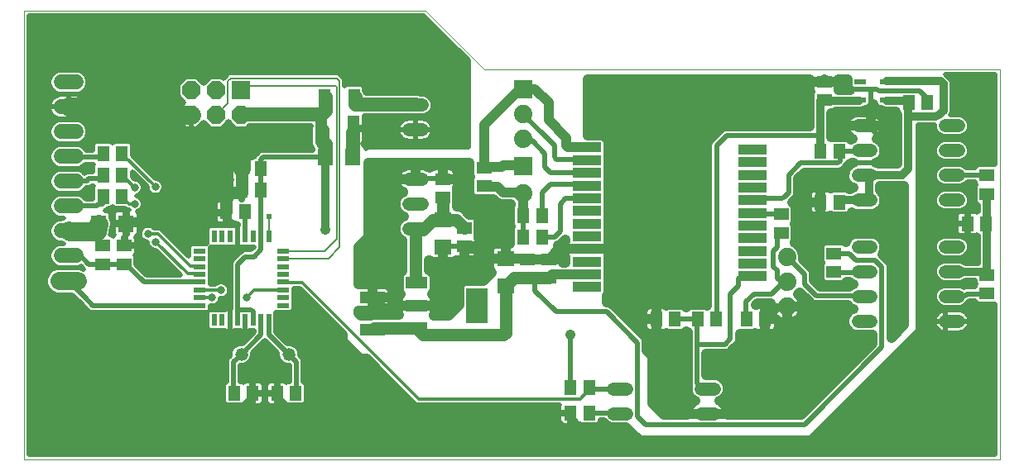
<source format=gtl>
G75*
%MOIN*%
%OFA0B0*%
%FSLAX25Y25*%
%IPPOS*%
%LPD*%
%AMOC8*
5,1,8,0,0,1.08239X$1,22.5*
%
%ADD10C,0.00000*%
%ADD11C,0.06000*%
%ADD12R,0.05118X0.05906*%
%ADD13C,0.05200*%
%ADD14R,0.11811X0.03937*%
%ADD15R,0.04724X0.06299*%
%ADD16R,0.08800X0.04800*%
%ADD17R,0.08661X0.14173*%
%ADD18R,0.05906X0.05118*%
%ADD19R,0.07400X0.07400*%
%ADD20OC8,0.07400*%
%ADD21R,0.02200X0.05000*%
%ADD22R,0.05000X0.02200*%
%ADD23C,0.07400*%
%ADD24C,0.07400*%
%ADD25R,0.09843X0.04724*%
%ADD26R,0.04724X0.02165*%
%ADD27C,0.05200*%
%ADD28R,0.07087X0.06299*%
%ADD29R,0.06299X0.07087*%
%ADD30R,0.04724X0.09843*%
%ADD31C,0.01969*%
%ADD32C,0.05600*%
%ADD33C,0.05000*%
%ADD34C,0.07000*%
%ADD35C,0.07600*%
%ADD36C,0.03169*%
%ADD37C,0.19685*%
%ADD38C,0.01181*%
%ADD39C,0.03200*%
%ADD40C,0.04134*%
%ADD41C,0.04000*%
%ADD42C,0.00600*%
%ADD43C,0.02400*%
D10*
X0027244Y0007496D02*
X0027244Y0188598D01*
X0188661Y0188598D01*
X0212283Y0164976D01*
X0420157Y0164976D01*
X0420157Y0007496D01*
X0027244Y0007496D01*
D11*
X0042000Y0089819D02*
X0048000Y0089819D01*
X0048000Y0099819D02*
X0042000Y0099819D01*
X0042000Y0109819D02*
X0048000Y0109819D01*
X0048000Y0119819D02*
X0042000Y0119819D01*
X0042000Y0129819D02*
X0048000Y0129819D01*
X0048000Y0139819D02*
X0042000Y0139819D01*
X0042000Y0149819D02*
X0048000Y0149819D01*
X0048000Y0159819D02*
X0042000Y0159819D01*
D12*
X0058937Y0131118D03*
X0066417Y0131118D03*
X0066417Y0122457D03*
X0058937Y0122457D03*
X0058937Y0113795D03*
X0066417Y0113795D03*
X0108543Y0107496D03*
X0116024Y0107496D03*
X0114843Y0116157D03*
X0122323Y0116157D03*
X0122323Y0124819D03*
X0114843Y0124819D03*
X0228228Y0105921D03*
X0235709Y0105921D03*
X0235709Y0097260D03*
X0228228Y0097260D03*
X0281772Y0064189D03*
X0289252Y0064189D03*
X0298307Y0064189D03*
X0305787Y0064189D03*
X0317992Y0064189D03*
X0325472Y0064189D03*
X0254606Y0036630D03*
X0247126Y0036630D03*
X0247126Y0026394D03*
X0254606Y0026394D03*
X0136496Y0034268D03*
X0129016Y0034268D03*
X0119173Y0034268D03*
X0111693Y0034268D03*
X0347913Y0111433D03*
X0355394Y0111433D03*
X0355394Y0131906D03*
X0347913Y0131906D03*
X0383346Y0151591D03*
X0390827Y0151591D03*
X0406969Y0102772D03*
X0414449Y0102772D03*
D13*
X0403350Y0112181D02*
X0398150Y0112181D01*
X0398150Y0122181D02*
X0403350Y0122181D01*
X0403350Y0132181D02*
X0398150Y0132181D01*
X0398150Y0142181D02*
X0403350Y0142181D01*
X0368150Y0142181D02*
X0362950Y0142181D01*
X0362950Y0132181D02*
X0368150Y0132181D01*
X0368150Y0122181D02*
X0362950Y0122181D01*
X0362950Y0112181D02*
X0368150Y0112181D01*
X0368150Y0093362D02*
X0362950Y0093362D01*
X0362950Y0083362D02*
X0368150Y0083362D01*
X0368150Y0073362D02*
X0362950Y0073362D01*
X0362950Y0063362D02*
X0368150Y0063362D01*
X0398150Y0063362D02*
X0403350Y0063362D01*
X0403350Y0073362D02*
X0398150Y0073362D01*
X0398150Y0083362D02*
X0403350Y0083362D01*
X0403350Y0093362D02*
X0398150Y0093362D01*
X0304924Y0036118D02*
X0299724Y0036118D01*
X0299724Y0026118D02*
X0304924Y0026118D01*
X0269724Y0026118D02*
X0264524Y0026118D01*
X0264524Y0036118D02*
X0269724Y0036118D01*
X0187324Y0100606D02*
X0182124Y0100606D01*
X0182124Y0110606D02*
X0187324Y0110606D01*
X0187324Y0120606D02*
X0182124Y0120606D01*
X0182124Y0140606D02*
X0187324Y0140606D01*
X0187324Y0150606D02*
X0182124Y0150606D01*
D14*
X0253622Y0133480D03*
X0253622Y0128362D03*
X0253622Y0123244D03*
X0253622Y0118126D03*
X0253622Y0113008D03*
X0253622Y0107890D03*
X0253622Y0102772D03*
X0253622Y0097654D03*
X0253622Y0092535D03*
X0253622Y0087417D03*
X0253622Y0082299D03*
X0253622Y0077181D03*
X0320551Y0081512D03*
X0320551Y0086630D03*
X0320551Y0091748D03*
X0320551Y0096866D03*
X0320551Y0101984D03*
X0320551Y0107102D03*
X0320551Y0112220D03*
X0320551Y0117339D03*
X0320551Y0122457D03*
X0320551Y0127575D03*
X0320551Y0132693D03*
D15*
X0159921Y0153953D03*
X0148110Y0153953D03*
D16*
X0185123Y0078801D03*
X0185123Y0069701D03*
X0185123Y0060601D03*
D17*
X0209524Y0069701D03*
D18*
X0229606Y0080921D03*
X0238268Y0080921D03*
X0238268Y0088402D03*
X0229606Y0088402D03*
X0204409Y0093520D03*
X0204409Y0101000D03*
X0195748Y0113205D03*
X0212283Y0117929D03*
X0195748Y0120685D03*
X0212283Y0125409D03*
X0331969Y0106512D03*
X0331969Y0099031D03*
X0353228Y0090764D03*
X0353228Y0083283D03*
X0414646Y0082102D03*
X0414646Y0074622D03*
X0414646Y0114780D03*
X0414646Y0122260D03*
X0349291Y0152575D03*
X0349291Y0160055D03*
X0067402Y0093913D03*
X0058740Y0093913D03*
X0058740Y0086433D03*
X0067402Y0086433D03*
D19*
X0114409Y0156591D03*
X0228031Y0157102D03*
X0228031Y0126106D03*
D20*
X0114409Y0146591D03*
X0104409Y0146591D03*
X0094409Y0146591D03*
X0094409Y0156591D03*
X0104409Y0156591D03*
D21*
X0103622Y0097624D03*
X0106772Y0097624D03*
X0109921Y0097624D03*
X0113071Y0097624D03*
X0116220Y0097624D03*
X0119370Y0097624D03*
X0122520Y0097624D03*
X0125669Y0097624D03*
X0125669Y0063824D03*
X0122520Y0063824D03*
X0119370Y0063824D03*
X0116220Y0063824D03*
X0113071Y0063824D03*
X0109921Y0063824D03*
X0106772Y0063824D03*
X0103622Y0063824D03*
D22*
X0097746Y0069701D03*
X0097746Y0072850D03*
X0097746Y0076000D03*
X0097746Y0079150D03*
X0097746Y0082299D03*
X0097746Y0085449D03*
X0097746Y0088598D03*
X0097746Y0091748D03*
X0131546Y0091748D03*
X0131546Y0088598D03*
X0131546Y0085449D03*
X0131546Y0082299D03*
X0131546Y0079150D03*
X0131546Y0076000D03*
X0131546Y0072850D03*
X0131546Y0069701D03*
D23*
X0228031Y0115106D03*
X0228031Y0137102D03*
X0228031Y0147102D03*
X0334331Y0089150D03*
X0334331Y0079150D03*
X0334331Y0069150D03*
D24*
X0048661Y0079543D02*
X0041261Y0079543D01*
D25*
X0167402Y0073047D03*
X0167402Y0060055D03*
D26*
X0363858Y0152575D03*
X0374095Y0152575D03*
X0374095Y0156315D03*
X0374095Y0160055D03*
X0363858Y0160055D03*
D27*
X0133594Y0050016D03*
X0114594Y0050016D03*
D28*
X0195748Y0093323D03*
X0220945Y0088598D03*
X0220945Y0077575D03*
X0195748Y0104346D03*
D29*
X0159528Y0129543D03*
X0148504Y0129543D03*
X0068189Y0102772D03*
X0057165Y0102772D03*
D30*
X0146732Y0141354D03*
X0159724Y0141354D03*
D31*
X0159528Y0139780D01*
X0159528Y0139286D02*
X0159921Y0139286D01*
X0159528Y0140567D02*
X0184724Y0140567D01*
X0184724Y0140606D01*
X0177540Y0140606D01*
X0177540Y0140245D01*
X0177653Y0139533D01*
X0177876Y0138847D01*
X0178204Y0138204D01*
X0178628Y0137620D01*
X0179138Y0137110D01*
X0179722Y0136685D01*
X0180365Y0136358D01*
X0181051Y0136135D01*
X0181764Y0136022D01*
X0184724Y0136022D01*
X0184724Y0140606D01*
X0184724Y0140606D01*
X0184724Y0140606D01*
X0177540Y0140606D01*
X0177540Y0140967D01*
X0177653Y0141680D01*
X0177876Y0142366D01*
X0178204Y0143009D01*
X0178628Y0143593D01*
X0179138Y0144103D01*
X0179722Y0144527D01*
X0180365Y0144855D01*
X0181051Y0145078D01*
X0181764Y0145191D01*
X0184724Y0145191D01*
X0184724Y0140606D01*
X0184724Y0136022D01*
X0187685Y0136022D01*
X0188398Y0136135D01*
X0189084Y0136358D01*
X0189727Y0136685D01*
X0190311Y0137110D01*
X0190821Y0137620D01*
X0191245Y0138204D01*
X0191573Y0138847D01*
X0191796Y0139533D01*
X0191909Y0140245D01*
X0191909Y0140606D01*
X0184725Y0140606D01*
X0184725Y0140606D01*
X0191909Y0140606D01*
X0191909Y0140967D01*
X0191796Y0141680D01*
X0191573Y0142366D01*
X0191245Y0143009D01*
X0190821Y0143593D01*
X0190311Y0144103D01*
X0189727Y0144527D01*
X0189084Y0144855D01*
X0188398Y0145078D01*
X0187685Y0145191D01*
X0184724Y0145191D01*
X0184724Y0140606D01*
X0184724Y0140606D01*
X0184724Y0141253D02*
X0184724Y0141253D01*
X0184724Y0139286D02*
X0184724Y0139286D01*
X0184724Y0137319D02*
X0184724Y0137319D01*
X0178929Y0137319D02*
X0164071Y0137319D01*
X0164071Y0136172D02*
X0164071Y0141157D01*
X0159921Y0141157D01*
X0159921Y0134449D01*
X0160118Y0134449D01*
X0160118Y0130134D01*
X0158937Y0130134D01*
X0158937Y0134449D01*
X0159528Y0134449D01*
X0159528Y0141157D01*
X0159921Y0141157D01*
X0159921Y0141551D01*
X0164071Y0141551D01*
X0164071Y0146231D01*
X0185634Y0146231D01*
X0185641Y0146235D01*
X0188194Y0146235D01*
X0189801Y0146900D01*
X0191031Y0148130D01*
X0191696Y0149737D01*
X0191696Y0151476D01*
X0191031Y0153083D01*
X0189801Y0154312D01*
X0188194Y0154978D01*
X0186592Y0154978D01*
X0185634Y0155375D01*
X0164674Y0155375D01*
X0164191Y0156542D01*
X0164055Y0156678D01*
X0164055Y0157836D01*
X0163017Y0158874D01*
X0156825Y0158874D01*
X0156216Y0158265D01*
X0156216Y0161103D01*
X0155002Y0162316D01*
X0153851Y0163468D01*
X0109486Y0163468D01*
X0108286Y0162268D01*
X0107378Y0161360D01*
X0106676Y0162062D01*
X0102143Y0162062D01*
X0099409Y0159329D01*
X0096676Y0162062D01*
X0092143Y0162062D01*
X0088938Y0158857D01*
X0088938Y0154324D01*
X0091521Y0151741D01*
X0088725Y0148945D01*
X0088725Y0146606D01*
X0094394Y0146606D01*
X0094394Y0146575D01*
X0094425Y0146575D01*
X0094425Y0140906D01*
X0096764Y0140906D01*
X0099560Y0143702D01*
X0102143Y0141119D01*
X0106676Y0141119D01*
X0109409Y0143852D01*
X0112143Y0141119D01*
X0116676Y0141119D01*
X0117851Y0142294D01*
X0142598Y0142294D01*
X0142598Y0142058D01*
X0142357Y0141476D01*
X0142357Y0134933D01*
X0143053Y0133253D01*
X0143583Y0132724D01*
X0143583Y0132299D01*
X0122759Y0132299D01*
X0121746Y0131880D01*
X0120959Y0131092D01*
X0120183Y0130317D01*
X0119863Y0129543D01*
X0119030Y0129543D01*
X0118733Y0129246D01*
X0118620Y0129359D01*
X0118167Y0129621D01*
X0117663Y0129756D01*
X0115138Y0129756D01*
X0115138Y0125114D01*
X0114547Y0125114D01*
X0114547Y0124524D01*
X0110299Y0124524D01*
X0110299Y0121605D01*
X0110434Y0121100D01*
X0110696Y0120648D01*
X0110855Y0120488D01*
X0110696Y0120329D01*
X0110434Y0119876D01*
X0110299Y0119371D01*
X0110299Y0116453D01*
X0114547Y0116453D01*
X0114547Y0124524D01*
X0115138Y0124524D01*
X0115138Y0121094D01*
X0115138Y0116453D01*
X0114547Y0116453D01*
X0114547Y0115862D01*
X0110299Y0115862D01*
X0110299Y0112943D01*
X0110434Y0112439D01*
X0110438Y0112433D01*
X0108839Y0112433D01*
X0108839Y0107791D01*
X0108248Y0107791D01*
X0108248Y0107201D01*
X0104000Y0107201D01*
X0104000Y0104282D01*
X0104135Y0103777D01*
X0104396Y0103325D01*
X0104766Y0102956D01*
X0105218Y0102694D01*
X0105723Y0102559D01*
X0108248Y0102559D01*
X0108248Y0107201D01*
X0108839Y0107201D01*
X0108839Y0102559D01*
X0111364Y0102559D01*
X0111868Y0102694D01*
X0112321Y0102956D01*
X0112434Y0103069D01*
X0112731Y0102772D01*
X0113465Y0102772D01*
X0113465Y0102109D01*
X0113071Y0102109D01*
X0113071Y0097625D01*
X0113071Y0097625D01*
X0113071Y0102109D01*
X0111710Y0102109D01*
X0111205Y0101973D01*
X0111071Y0101896D01*
X0101788Y0101896D01*
X0100750Y0100858D01*
X0100750Y0094620D01*
X0094512Y0094620D01*
X0093474Y0093582D01*
X0093474Y0089507D01*
X0083306Y0099675D01*
X0081923Y0101058D01*
X0079428Y0101058D01*
X0078945Y0101541D01*
X0077712Y0102052D01*
X0076377Y0102052D01*
X0075143Y0101541D01*
X0074199Y0100597D01*
X0073688Y0099364D01*
X0073688Y0098029D01*
X0074199Y0096795D01*
X0075143Y0095851D01*
X0076377Y0095340D01*
X0076688Y0095340D01*
X0076688Y0094729D01*
X0077199Y0093495D01*
X0078143Y0092551D01*
X0079377Y0092040D01*
X0080059Y0092040D01*
X0090194Y0081905D01*
X0076417Y0081905D01*
X0072126Y0086197D01*
X0072126Y0089726D01*
X0071829Y0090023D01*
X0071942Y0090136D01*
X0072203Y0090588D01*
X0072339Y0091093D01*
X0072339Y0093618D01*
X0067697Y0093618D01*
X0067697Y0094209D01*
X0067106Y0094209D01*
X0067106Y0097244D01*
X0067598Y0097244D01*
X0067598Y0102181D01*
X0063055Y0102181D01*
X0063055Y0098967D01*
X0063190Y0098462D01*
X0063375Y0098143D01*
X0063230Y0098060D01*
X0062921Y0097750D01*
X0062427Y0098244D01*
X0061838Y0098244D01*
X0061839Y0098247D01*
X0062087Y0098495D01*
X0062087Y0099484D01*
X0062839Y0102495D01*
X0062513Y0104688D01*
X0062087Y0105399D01*
X0062087Y0107049D01*
X0061049Y0108087D01*
X0059764Y0108087D01*
X0060301Y0108309D01*
X0061063Y0109071D01*
X0062230Y0109071D01*
X0062677Y0109518D01*
X0063124Y0109071D01*
X0067829Y0109071D01*
X0068566Y0108334D01*
X0069260Y0108334D01*
X0069295Y0108299D01*
X0068780Y0108299D01*
X0068780Y0103362D01*
X0073323Y0103362D01*
X0073323Y0106576D01*
X0073188Y0107081D01*
X0072926Y0107533D01*
X0072883Y0107577D01*
X0073545Y0107851D01*
X0074489Y0108795D01*
X0075000Y0110029D01*
X0075000Y0111364D01*
X0074489Y0112597D01*
X0073545Y0113541D01*
X0072447Y0113996D01*
X0073545Y0114451D01*
X0074489Y0115395D01*
X0075000Y0116629D01*
X0075000Y0117964D01*
X0074489Y0119197D01*
X0073545Y0120141D01*
X0072312Y0120652D01*
X0071629Y0120652D01*
X0070748Y0121533D01*
X0070748Y0123551D01*
X0076688Y0117611D01*
X0076688Y0116929D01*
X0077199Y0115695D01*
X0078143Y0114751D01*
X0079377Y0114240D01*
X0080712Y0114240D01*
X0081945Y0114751D01*
X0082889Y0115695D01*
X0083400Y0116929D01*
X0083400Y0118264D01*
X0082889Y0119497D01*
X0081945Y0120441D01*
X0080712Y0120952D01*
X0080029Y0120952D01*
X0070748Y0130233D01*
X0070748Y0134805D01*
X0069710Y0135843D01*
X0063124Y0135843D01*
X0062677Y0135395D01*
X0062230Y0135843D01*
X0055644Y0135843D01*
X0054606Y0134805D01*
X0054606Y0132299D01*
X0052137Y0132299D01*
X0052045Y0132522D01*
X0050703Y0133864D01*
X0048949Y0134591D01*
X0041051Y0134591D01*
X0039297Y0133864D01*
X0037955Y0132522D01*
X0037228Y0130768D01*
X0037228Y0128870D01*
X0037955Y0127116D01*
X0039297Y0125774D01*
X0041051Y0125047D01*
X0048949Y0125047D01*
X0050703Y0125774D01*
X0051717Y0126787D01*
X0055250Y0126787D01*
X0054606Y0126143D01*
X0054606Y0123638D01*
X0052680Y0123638D01*
X0051667Y0123218D01*
X0051508Y0123059D01*
X0050703Y0123864D01*
X0048949Y0124591D01*
X0041051Y0124591D01*
X0039297Y0123864D01*
X0037955Y0122522D01*
X0037228Y0120768D01*
X0037228Y0118870D01*
X0037955Y0117116D01*
X0039297Y0115774D01*
X0041051Y0115047D01*
X0048949Y0115047D01*
X0050703Y0115774D01*
X0052045Y0117116D01*
X0052137Y0117339D01*
X0052989Y0117339D01*
X0054002Y0117758D01*
X0054370Y0118126D01*
X0055250Y0118126D01*
X0055250Y0118126D01*
X0054606Y0117482D01*
X0054606Y0112614D01*
X0051953Y0112614D01*
X0050703Y0113864D01*
X0048949Y0114591D01*
X0041051Y0114591D01*
X0039297Y0113864D01*
X0037955Y0112522D01*
X0037228Y0110768D01*
X0037228Y0108870D01*
X0037955Y0107116D01*
X0039297Y0105774D01*
X0041051Y0105047D01*
X0043018Y0105047D01*
X0042404Y0104872D01*
X0042050Y0104591D01*
X0041051Y0104591D01*
X0039297Y0103864D01*
X0037955Y0102522D01*
X0037228Y0100768D01*
X0037228Y0098870D01*
X0037955Y0097116D01*
X0039297Y0095774D01*
X0041051Y0095047D01*
X0042050Y0095047D01*
X0042198Y0094899D01*
X0042927Y0094597D01*
X0042938Y0094591D01*
X0041051Y0094591D01*
X0039297Y0093864D01*
X0037955Y0092522D01*
X0037228Y0090768D01*
X0037228Y0088870D01*
X0037955Y0087116D01*
X0039297Y0085774D01*
X0041051Y0085047D01*
X0048949Y0085047D01*
X0050060Y0085507D01*
X0051120Y0084447D01*
X0049749Y0085015D01*
X0040172Y0085015D01*
X0038161Y0084182D01*
X0036622Y0082643D01*
X0035789Y0080632D01*
X0035789Y0078455D01*
X0036622Y0076444D01*
X0038161Y0074905D01*
X0040172Y0074072D01*
X0046535Y0074072D01*
X0050092Y0070514D01*
X0053242Y0067364D01*
X0054255Y0066945D01*
X0094396Y0066945D01*
X0094512Y0066829D01*
X0100750Y0066829D01*
X0100750Y0060591D01*
X0101788Y0059553D01*
X0107921Y0059553D01*
X0108055Y0059475D01*
X0108560Y0059340D01*
X0109921Y0059340D01*
X0109921Y0063824D01*
X0109921Y0063824D01*
X0109921Y0059340D01*
X0111282Y0059340D01*
X0111787Y0059475D01*
X0111921Y0059553D01*
X0114221Y0059553D01*
X0114355Y0059475D01*
X0114859Y0059340D01*
X0116220Y0059340D01*
X0116220Y0063824D01*
X0116221Y0063824D01*
X0116221Y0059340D01*
X0117582Y0059340D01*
X0118086Y0059475D01*
X0118220Y0059553D01*
X0119764Y0059553D01*
X0119764Y0059082D01*
X0115069Y0054387D01*
X0113725Y0054387D01*
X0112118Y0053722D01*
X0110888Y0052492D01*
X0110223Y0050885D01*
X0110223Y0049542D01*
X0109935Y0049254D01*
X0109160Y0048478D01*
X0108740Y0047466D01*
X0108740Y0038992D01*
X0108400Y0038992D01*
X0107362Y0037954D01*
X0107362Y0030581D01*
X0108400Y0029543D01*
X0114986Y0029543D01*
X0115283Y0029840D01*
X0115396Y0029727D01*
X0115848Y0029466D01*
X0116353Y0029331D01*
X0118878Y0029331D01*
X0118878Y0033972D01*
X0119469Y0033972D01*
X0119469Y0034563D01*
X0123717Y0034563D01*
X0123717Y0037482D01*
X0123581Y0037986D01*
X0123320Y0038439D01*
X0122951Y0038808D01*
X0122498Y0039069D01*
X0121994Y0039205D01*
X0119469Y0039205D01*
X0119469Y0034563D01*
X0118878Y0034563D01*
X0118878Y0039205D01*
X0116353Y0039205D01*
X0115848Y0039069D01*
X0115396Y0038808D01*
X0115283Y0038695D01*
X0114986Y0038992D01*
X0114252Y0038992D01*
X0114252Y0045644D01*
X0115464Y0045644D01*
X0117071Y0046310D01*
X0118301Y0047539D01*
X0118966Y0049146D01*
X0118966Y0050490D01*
X0124081Y0055605D01*
X0124094Y0055618D01*
X0124108Y0055605D01*
X0129223Y0050490D01*
X0129223Y0049146D01*
X0129888Y0047539D01*
X0131118Y0046310D01*
X0132725Y0045644D01*
X0133937Y0045644D01*
X0133937Y0038992D01*
X0133203Y0038992D01*
X0132906Y0038695D01*
X0132793Y0038808D01*
X0132341Y0039069D01*
X0131836Y0039205D01*
X0129311Y0039205D01*
X0129311Y0034563D01*
X0128720Y0034563D01*
X0128720Y0033972D01*
X0129311Y0033972D01*
X0129311Y0029331D01*
X0131836Y0029331D01*
X0132341Y0029466D01*
X0132793Y0029727D01*
X0132906Y0029840D01*
X0133203Y0029543D01*
X0139789Y0029543D01*
X0140827Y0030581D01*
X0140827Y0037954D01*
X0139789Y0038992D01*
X0139449Y0038992D01*
X0139449Y0047466D01*
X0139029Y0048478D01*
X0138254Y0049254D01*
X0137966Y0049542D01*
X0137966Y0050885D01*
X0137301Y0052492D01*
X0136071Y0053722D01*
X0134464Y0054387D01*
X0133120Y0054387D01*
X0128425Y0059082D01*
X0128425Y0060475D01*
X0128541Y0060591D01*
X0128541Y0066829D01*
X0134780Y0066829D01*
X0135817Y0067867D01*
X0135817Y0076534D01*
X0138166Y0076534D01*
X0156378Y0058322D01*
X0156378Y0055528D01*
X0162677Y0049228D01*
X0165471Y0049228D01*
X0183582Y0031118D01*
X0184966Y0029734D01*
X0242616Y0029734D01*
X0242583Y0029608D01*
X0242583Y0026689D01*
X0246831Y0026689D01*
X0246831Y0026098D01*
X0247421Y0026098D01*
X0247421Y0021457D01*
X0249946Y0021457D01*
X0250451Y0021592D01*
X0250903Y0021853D01*
X0251016Y0021966D01*
X0251313Y0021669D01*
X0257899Y0021669D01*
X0258937Y0022707D01*
X0258937Y0023638D01*
X0260822Y0023638D01*
X0262048Y0022412D01*
X0263655Y0021746D01*
X0269764Y0021746D01*
X0269764Y0021669D01*
X0275276Y0016157D01*
X0343780Y0016157D01*
X0387087Y0059465D01*
X0387087Y0142707D01*
X0393778Y0142707D01*
X0393778Y0141312D01*
X0394443Y0139705D01*
X0395673Y0138475D01*
X0397280Y0137809D01*
X0404219Y0137809D01*
X0405826Y0138475D01*
X0407056Y0139705D01*
X0407721Y0141312D01*
X0407721Y0143051D01*
X0407056Y0144657D01*
X0405826Y0145887D01*
X0404219Y0146553D01*
X0400190Y0146553D01*
X0400694Y0147770D01*
X0400694Y0159809D01*
X0400181Y0161048D01*
X0399233Y0161997D01*
X0398237Y0162992D01*
X0418173Y0162992D01*
X0418173Y0126591D01*
X0410959Y0126591D01*
X0409921Y0125553D01*
X0409921Y0125213D01*
X0406501Y0125213D01*
X0405826Y0125887D01*
X0404219Y0126553D01*
X0397280Y0126553D01*
X0395673Y0125887D01*
X0394443Y0124657D01*
X0393778Y0123051D01*
X0393778Y0121312D01*
X0394443Y0119705D01*
X0395673Y0118475D01*
X0397280Y0117809D01*
X0404219Y0117809D01*
X0405826Y0118475D01*
X0407052Y0119701D01*
X0409921Y0119701D01*
X0409921Y0118967D01*
X0410369Y0118520D01*
X0409921Y0118072D01*
X0409921Y0111487D01*
X0410959Y0110449D01*
X0411274Y0110449D01*
X0411274Y0107496D01*
X0411156Y0107496D01*
X0410859Y0107199D01*
X0410746Y0107312D01*
X0410293Y0107573D01*
X0409789Y0107709D01*
X0407264Y0107709D01*
X0407264Y0103067D01*
X0406673Y0103067D01*
X0406673Y0102476D01*
X0407264Y0102476D01*
X0407264Y0097835D01*
X0409789Y0097835D01*
X0410293Y0097970D01*
X0410746Y0098231D01*
X0410859Y0098344D01*
X0411156Y0098047D01*
X0411274Y0098047D01*
X0411274Y0086734D01*
X0406160Y0086734D01*
X0405826Y0087068D01*
X0404219Y0087734D01*
X0397280Y0087734D01*
X0395673Y0087068D01*
X0394443Y0085839D01*
X0393778Y0084232D01*
X0393778Y0082493D01*
X0394443Y0080886D01*
X0395673Y0079656D01*
X0397280Y0078991D01*
X0404219Y0078991D01*
X0405826Y0079656D01*
X0406160Y0079991D01*
X0409921Y0079991D01*
X0409921Y0078809D01*
X0410369Y0078362D01*
X0409921Y0077915D01*
X0409921Y0077181D01*
X0406223Y0077181D01*
X0405863Y0077032D01*
X0405826Y0077068D01*
X0404219Y0077734D01*
X0397280Y0077734D01*
X0395673Y0077068D01*
X0394443Y0075839D01*
X0393778Y0074232D01*
X0393778Y0072493D01*
X0394443Y0070886D01*
X0395673Y0069656D01*
X0397280Y0068991D01*
X0404219Y0068991D01*
X0405826Y0069656D01*
X0407056Y0070886D01*
X0407162Y0071143D01*
X0407545Y0071301D01*
X0407913Y0071669D01*
X0409921Y0071669D01*
X0409921Y0071329D01*
X0410959Y0070291D01*
X0418173Y0070291D01*
X0418173Y0009480D01*
X0029228Y0009480D01*
X0029228Y0186614D01*
X0187840Y0186614D01*
X0205984Y0168469D01*
X0205984Y0133480D01*
X0165039Y0133480D01*
X0164661Y0133102D01*
X0164661Y0133348D01*
X0164526Y0133852D01*
X0164265Y0134305D01*
X0163896Y0134674D01*
X0163443Y0134936D01*
X0163405Y0134946D01*
X0163674Y0135215D01*
X0163936Y0135667D01*
X0164071Y0136172D01*
X0163754Y0135352D02*
X0205984Y0135352D01*
X0205984Y0137319D02*
X0190520Y0137319D01*
X0191716Y0139286D02*
X0205984Y0139286D01*
X0205984Y0141253D02*
X0191863Y0141253D01*
X0191092Y0143220D02*
X0205984Y0143220D01*
X0205984Y0145187D02*
X0187707Y0145187D01*
X0184724Y0145187D02*
X0184724Y0145187D01*
X0181742Y0145187D02*
X0164071Y0145187D01*
X0164071Y0143220D02*
X0178357Y0143220D01*
X0177585Y0141253D02*
X0159921Y0141253D01*
X0159724Y0141354D02*
X0159528Y0141354D01*
X0159528Y0140567D01*
X0164071Y0139286D02*
X0177733Y0139286D01*
X0184724Y0143220D02*
X0184724Y0143220D01*
X0190055Y0147154D02*
X0205984Y0147154D01*
X0205984Y0149121D02*
X0191441Y0149121D01*
X0191696Y0151088D02*
X0205984Y0151088D01*
X0205984Y0153055D02*
X0191042Y0153055D01*
X0186485Y0155022D02*
X0205984Y0155022D01*
X0205984Y0156989D02*
X0164055Y0156989D01*
X0160315Y0153953D02*
X0159921Y0153953D01*
X0148504Y0153953D02*
X0148110Y0153953D01*
X0148504Y0148441D02*
X0147717Y0147654D01*
X0146929Y0147654D02*
X0146142Y0146866D01*
X0146929Y0147654D02*
X0146929Y0141354D01*
X0146732Y0141354D01*
X0146929Y0140567D01*
X0142357Y0141253D02*
X0116810Y0141253D01*
X0112009Y0141253D02*
X0106810Y0141253D01*
X0108777Y0143220D02*
X0110042Y0143220D01*
X0114409Y0146591D02*
X0116220Y0146866D01*
X0128944Y0140396D02*
X0117844Y0129296D01*
X0114646Y0127969D01*
X0114547Y0127484D02*
X0115138Y0127484D01*
X0115138Y0129451D02*
X0114547Y0129451D01*
X0114547Y0129756D02*
X0112022Y0129756D01*
X0111518Y0129621D01*
X0111065Y0129359D01*
X0110696Y0128990D01*
X0110434Y0128538D01*
X0110299Y0128033D01*
X0110299Y0125114D01*
X0114547Y0125114D01*
X0114547Y0129756D01*
X0111224Y0129451D02*
X0071530Y0129451D01*
X0070748Y0131418D02*
X0121284Y0131418D01*
X0123307Y0129543D02*
X0122520Y0128756D01*
X0122520Y0125606D01*
X0122323Y0124819D01*
X0122520Y0124819D01*
X0122520Y0116157D01*
X0122323Y0116157D01*
X0122520Y0115370D01*
X0122520Y0097624D01*
X0122520Y0092225D01*
X0119681Y0089386D01*
X0116220Y0089386D01*
X0113071Y0086236D01*
X0113071Y0068126D01*
X0118583Y0068126D01*
X0119370Y0067339D01*
X0119370Y0063824D01*
X0116220Y0063824D02*
X0116220Y0060252D01*
X0115433Y0059465D01*
X0109921Y0059465D01*
X0109744Y0059283D01*
X0103710Y0053249D01*
X0103710Y0032767D01*
X0107377Y0029101D01*
X0114849Y0029101D01*
X0119044Y0033296D01*
X0119173Y0034268D01*
X0119344Y0034196D01*
X0128944Y0034196D01*
X0129016Y0034268D01*
X0129244Y0033296D01*
X0136144Y0026396D01*
X0246844Y0026396D01*
X0247126Y0026394D01*
X0246657Y0025496D01*
X0258132Y0014021D01*
X0341567Y0014021D01*
X0390543Y0062996D01*
X0390844Y0062996D01*
X0391024Y0063402D01*
X0398110Y0063402D01*
X0398150Y0063362D01*
X0398150Y0063362D01*
X0407934Y0063362D01*
X0407934Y0063001D01*
X0407821Y0062289D01*
X0407598Y0061602D01*
X0407270Y0060960D01*
X0406846Y0060376D01*
X0406336Y0059866D01*
X0405752Y0059441D01*
X0405109Y0059114D01*
X0404423Y0058891D01*
X0403710Y0058778D01*
X0398150Y0058778D01*
X0398150Y0063362D01*
X0398150Y0063362D01*
X0407934Y0063362D01*
X0407934Y0063723D01*
X0407821Y0064436D01*
X0407598Y0065122D01*
X0407270Y0065765D01*
X0406846Y0066349D01*
X0406336Y0066859D01*
X0405752Y0067283D01*
X0405109Y0067611D01*
X0404423Y0067834D01*
X0403710Y0067946D01*
X0398150Y0067946D01*
X0398150Y0063362D01*
X0398150Y0058778D01*
X0397789Y0058778D01*
X0397076Y0058891D01*
X0396390Y0059114D01*
X0395747Y0059441D01*
X0395163Y0059866D01*
X0394653Y0060376D01*
X0394229Y0060960D01*
X0393901Y0061602D01*
X0393678Y0062289D01*
X0393565Y0063001D01*
X0393565Y0063362D01*
X0398149Y0063362D01*
X0398149Y0063362D01*
X0393565Y0063362D01*
X0393565Y0063723D01*
X0393678Y0064436D01*
X0393901Y0065122D01*
X0394229Y0065765D01*
X0394653Y0066349D01*
X0395163Y0066859D01*
X0395747Y0067283D01*
X0396390Y0067611D01*
X0397076Y0067834D01*
X0397789Y0067946D01*
X0398150Y0067946D01*
X0398150Y0063362D01*
X0398150Y0063362D01*
X0398150Y0062572D02*
X0398150Y0062572D01*
X0398150Y0060605D02*
X0398150Y0060605D01*
X0394486Y0060605D02*
X0387087Y0060605D01*
X0387087Y0062572D02*
X0393633Y0062572D01*
X0393712Y0064540D02*
X0387087Y0064540D01*
X0387087Y0066507D02*
X0394811Y0066507D01*
X0398150Y0066507D02*
X0398150Y0066507D01*
X0398150Y0064540D02*
X0398150Y0064540D01*
X0391024Y0063402D02*
X0391024Y0095685D01*
X0398110Y0102772D01*
X0406969Y0102772D01*
X0406673Y0103067D02*
X0402425Y0103067D01*
X0402425Y0105986D01*
X0402560Y0106490D01*
X0402822Y0106943D01*
X0403191Y0107312D01*
X0403644Y0107573D01*
X0404148Y0107709D01*
X0406673Y0107709D01*
X0406673Y0103067D01*
X0406673Y0102476D02*
X0402425Y0102476D01*
X0402425Y0099558D01*
X0402560Y0099053D01*
X0402822Y0098601D01*
X0403191Y0098231D01*
X0403644Y0097970D01*
X0404148Y0097835D01*
X0406673Y0097835D01*
X0406673Y0102476D01*
X0406673Y0101913D02*
X0407264Y0101913D01*
X0407264Y0103880D02*
X0406673Y0103880D01*
X0406673Y0105847D02*
X0407264Y0105847D01*
X0405826Y0108475D02*
X0407056Y0109705D01*
X0407721Y0111312D01*
X0407721Y0113051D01*
X0407056Y0114657D01*
X0405826Y0115887D01*
X0404219Y0116553D01*
X0397280Y0116553D01*
X0395673Y0115887D01*
X0394443Y0114657D01*
X0393778Y0113051D01*
X0393778Y0111312D01*
X0394443Y0109705D01*
X0395673Y0108475D01*
X0397280Y0107809D01*
X0404219Y0107809D01*
X0405826Y0108475D01*
X0404230Y0107814D02*
X0411274Y0107814D01*
X0411274Y0109781D02*
X0407087Y0109781D01*
X0407721Y0111748D02*
X0409921Y0111748D01*
X0409921Y0113715D02*
X0407446Y0113715D01*
X0406031Y0115682D02*
X0409921Y0115682D01*
X0409921Y0117649D02*
X0387087Y0117649D01*
X0387087Y0119616D02*
X0394532Y0119616D01*
X0393778Y0121583D02*
X0387087Y0121583D01*
X0387087Y0123550D02*
X0393985Y0123550D01*
X0395303Y0125517D02*
X0387087Y0125517D01*
X0387087Y0127484D02*
X0418173Y0127484D01*
X0418173Y0129451D02*
X0406802Y0129451D01*
X0407056Y0129705D02*
X0407721Y0131312D01*
X0407721Y0133051D01*
X0407056Y0134657D01*
X0405826Y0135887D01*
X0404219Y0136553D01*
X0397280Y0136553D01*
X0395673Y0135887D01*
X0394443Y0134657D01*
X0393778Y0133051D01*
X0393778Y0131312D01*
X0394443Y0129705D01*
X0395673Y0128475D01*
X0397280Y0127809D01*
X0404219Y0127809D01*
X0405826Y0128475D01*
X0407056Y0129705D01*
X0407721Y0131418D02*
X0418173Y0131418D01*
X0418173Y0133385D02*
X0407583Y0133385D01*
X0406361Y0135352D02*
X0418173Y0135352D01*
X0418173Y0137319D02*
X0387087Y0137319D01*
X0387087Y0135352D02*
X0395138Y0135352D01*
X0393916Y0133385D02*
X0387087Y0133385D01*
X0387087Y0131418D02*
X0393778Y0131418D01*
X0394697Y0129451D02*
X0387087Y0129451D01*
X0374488Y0129408D02*
X0374488Y0135055D01*
X0368189Y0141354D01*
X0368150Y0142181D01*
X0368189Y0142929D01*
X0368189Y0157102D01*
X0360315Y0157102D01*
X0357165Y0160252D01*
X0349291Y0160252D01*
X0349291Y0160055D01*
X0348504Y0160252D01*
X0349291Y0152575D02*
X0348504Y0152378D01*
X0347717Y0152378D01*
X0349291Y0152378D02*
X0349291Y0152575D01*
X0363465Y0152378D02*
X0363858Y0152575D01*
X0370551Y0157102D02*
X0371339Y0156315D01*
X0374095Y0156315D01*
X0387683Y0156315D01*
X0391024Y0152974D01*
X0391024Y0151591D01*
X0390827Y0151591D01*
X0383346Y0151591D02*
X0383150Y0150803D01*
X0383150Y0151591D02*
X0383346Y0151591D01*
X0383150Y0151591D02*
X0383150Y0152378D01*
X0374488Y0152378D02*
X0374095Y0152575D01*
X0370551Y0157102D02*
X0368189Y0157102D01*
X0374095Y0160055D02*
X0374488Y0160252D01*
X0398339Y0162890D02*
X0418173Y0162890D01*
X0418173Y0160923D02*
X0400233Y0160923D01*
X0400694Y0158956D02*
X0418173Y0158956D01*
X0418173Y0156989D02*
X0400694Y0156989D01*
X0400694Y0155022D02*
X0418173Y0155022D01*
X0418173Y0153055D02*
X0400694Y0153055D01*
X0400694Y0151088D02*
X0418173Y0151088D01*
X0418173Y0149121D02*
X0400694Y0149121D01*
X0400439Y0147154D02*
X0418173Y0147154D01*
X0418173Y0145187D02*
X0406526Y0145187D01*
X0407651Y0143220D02*
X0418173Y0143220D01*
X0418173Y0141253D02*
X0407697Y0141253D01*
X0406637Y0139286D02*
X0418173Y0139286D01*
X0395354Y0146472D02*
X0394961Y0146079D01*
X0393802Y0141253D02*
X0387087Y0141253D01*
X0387087Y0139286D02*
X0394862Y0139286D01*
X0374488Y0129408D02*
X0372261Y0127181D01*
X0361102Y0127181D01*
X0357953Y0124031D01*
X0352441Y0124031D01*
X0347717Y0119307D01*
X0347717Y0111433D01*
X0347913Y0111433D01*
X0355394Y0111433D02*
X0355591Y0111433D01*
X0355591Y0112220D01*
X0366614Y0112220D02*
X0368150Y0112181D01*
X0367402Y0112220D01*
X0368150Y0122181D02*
X0368189Y0122457D01*
X0355591Y0127969D02*
X0354803Y0127181D01*
X0339843Y0127181D01*
X0335118Y0122457D01*
X0335118Y0115370D01*
X0333543Y0113795D01*
X0333150Y0113402D01*
X0331969Y0113008D01*
X0325669Y0113008D01*
X0324882Y0112220D01*
X0320551Y0112220D01*
X0320945Y0107496D02*
X0320551Y0107102D01*
X0320945Y0107496D02*
X0324882Y0107496D01*
X0325669Y0106709D01*
X0331969Y0106709D01*
X0331969Y0106512D01*
X0331969Y0099031D02*
X0331969Y0098835D01*
X0330394Y0098835D01*
X0330394Y0093323D01*
X0328819Y0091748D01*
X0328819Y0085449D01*
X0330394Y0083874D01*
X0330394Y0080724D01*
X0331969Y0079150D01*
X0334331Y0079150D01*
X0331969Y0078362D01*
X0328031Y0074425D01*
X0320945Y0074425D01*
X0317795Y0071276D01*
X0317795Y0064189D01*
X0317992Y0064189D01*
X0325472Y0064189D02*
X0325669Y0063402D01*
X0325669Y0064189D02*
X0325472Y0064189D01*
X0334331Y0068913D02*
X0334331Y0069150D01*
X0341417Y0078362D02*
X0346142Y0073638D01*
X0367402Y0073638D01*
X0368150Y0073362D01*
X0367402Y0083087D02*
X0353228Y0083087D01*
X0353228Y0083283D01*
X0359344Y0090596D02*
X0362044Y0087896D01*
X0369844Y0087896D01*
X0372544Y0085196D01*
X0372544Y0052842D01*
X0341298Y0021596D01*
X0277560Y0021596D01*
X0274144Y0025012D01*
X0274144Y0054792D01*
X0261740Y0067196D01*
X0241284Y0067196D01*
X0232898Y0075582D01*
X0232898Y0079794D01*
X0231969Y0080724D01*
X0224094Y0081512D01*
X0220945Y0076645D01*
X0195748Y0072063D02*
X0195748Y0093323D01*
X0195945Y0093520D01*
X0204409Y0093520D01*
X0206181Y0091748D01*
X0209921Y0091748D01*
X0213858Y0091748D01*
X0217008Y0088598D01*
X0220945Y0088598D01*
X0213858Y0091748D02*
X0213858Y0105921D01*
X0204409Y0115370D01*
X0204409Y0117732D01*
X0201457Y0120685D01*
X0195748Y0120685D01*
X0195748Y0120882D01*
X0184724Y0120882D01*
X0184724Y0120606D01*
X0164944Y0133385D02*
X0164651Y0133385D01*
X0160118Y0133385D02*
X0158937Y0133385D01*
X0158937Y0131418D02*
X0160118Y0131418D01*
X0159921Y0135352D02*
X0159528Y0135352D01*
X0159528Y0137319D02*
X0159921Y0137319D01*
X0148504Y0135055D02*
X0147717Y0135055D01*
X0142999Y0133385D02*
X0070748Y0133385D01*
X0070201Y0135352D02*
X0142357Y0135352D01*
X0142357Y0137319D02*
X0052129Y0137319D01*
X0052045Y0137116D02*
X0052772Y0138870D01*
X0052772Y0140768D01*
X0052045Y0142522D01*
X0050703Y0143864D01*
X0048949Y0144591D01*
X0041051Y0144591D01*
X0039297Y0143864D01*
X0037955Y0142522D01*
X0037228Y0140768D01*
X0037228Y0138870D01*
X0037955Y0137116D01*
X0039297Y0135774D01*
X0041051Y0135047D01*
X0048949Y0135047D01*
X0050703Y0135774D01*
X0052045Y0137116D01*
X0052772Y0139286D02*
X0142357Y0139286D01*
X0148504Y0129543D02*
X0123307Y0129543D01*
X0118938Y0129451D02*
X0118461Y0129451D01*
X0115138Y0125517D02*
X0114547Y0125517D01*
X0114646Y0124819D02*
X0114843Y0124819D01*
X0115138Y0123550D02*
X0114547Y0123550D01*
X0114547Y0121583D02*
X0115138Y0121583D01*
X0115138Y0119616D02*
X0114547Y0119616D01*
X0114547Y0117649D02*
X0115138Y0117649D01*
X0114646Y0116945D02*
X0114843Y0116157D01*
X0114646Y0116157D01*
X0114547Y0115862D02*
X0115138Y0115862D01*
X0115138Y0112220D01*
X0114547Y0112220D01*
X0114547Y0115862D01*
X0114547Y0115682D02*
X0115138Y0115682D01*
X0114646Y0115370D02*
X0113858Y0115370D01*
X0114547Y0113715D02*
X0115138Y0113715D01*
X0110299Y0113715D02*
X0073125Y0113715D01*
X0074608Y0115682D02*
X0077212Y0115682D01*
X0076651Y0117649D02*
X0075000Y0117649D01*
X0074684Y0119616D02*
X0074070Y0119616D01*
X0072717Y0121583D02*
X0070748Y0121583D01*
X0070748Y0123550D02*
X0070750Y0123550D01*
X0075464Y0125517D02*
X0110299Y0125517D01*
X0110299Y0127484D02*
X0073497Y0127484D01*
X0077431Y0123550D02*
X0110299Y0123550D01*
X0110305Y0121583D02*
X0079398Y0121583D01*
X0082770Y0119616D02*
X0110365Y0119616D01*
X0110299Y0117649D02*
X0083400Y0117649D01*
X0082876Y0115682D02*
X0110299Y0115682D01*
X0108248Y0112433D02*
X0105723Y0112433D01*
X0105218Y0112298D01*
X0104766Y0112037D01*
X0104396Y0111667D01*
X0104135Y0111215D01*
X0104000Y0110710D01*
X0104000Y0107791D01*
X0108248Y0107791D01*
X0108248Y0112433D01*
X0108248Y0111748D02*
X0108839Y0111748D01*
X0108839Y0109781D02*
X0108248Y0109781D01*
X0108248Y0107814D02*
X0108839Y0107814D01*
X0108543Y0107496D02*
X0107559Y0106709D01*
X0076850Y0106709D01*
X0074488Y0104346D01*
X0068189Y0104346D01*
X0068189Y0102772D01*
X0068189Y0094898D01*
X0067402Y0094110D01*
X0067402Y0093913D01*
X0067697Y0094045D02*
X0076971Y0094045D01*
X0074982Y0096012D02*
X0072339Y0096012D01*
X0072339Y0096734D02*
X0072203Y0097238D01*
X0072118Y0097387D01*
X0072557Y0097641D01*
X0072926Y0098010D01*
X0073188Y0098462D01*
X0073323Y0098967D01*
X0073323Y0102181D01*
X0068780Y0102181D01*
X0068780Y0103362D01*
X0067598Y0103362D01*
X0067598Y0102181D01*
X0068780Y0102181D01*
X0068780Y0098457D01*
X0067697Y0098457D01*
X0067697Y0094209D01*
X0072339Y0094209D01*
X0072339Y0096734D01*
X0072895Y0097979D02*
X0073709Y0097979D01*
X0073929Y0099946D02*
X0073323Y0099946D01*
X0073323Y0101913D02*
X0076041Y0101913D01*
X0078048Y0101913D02*
X0111100Y0101913D01*
X0110709Y0103559D02*
X0109134Y0103559D01*
X0108346Y0104346D01*
X0108346Y0107496D01*
X0108543Y0107496D01*
X0108248Y0105847D02*
X0108839Y0105847D01*
X0108839Y0103880D02*
X0108248Y0103880D01*
X0110709Y0103559D02*
X0113071Y0101197D01*
X0113071Y0097624D01*
X0113071Y0093140D01*
X0114432Y0093140D01*
X0114937Y0093275D01*
X0115071Y0093353D01*
X0119750Y0093353D01*
X0118539Y0092142D01*
X0115672Y0092142D01*
X0114659Y0091722D01*
X0111510Y0088573D01*
X0110735Y0087797D01*
X0110315Y0086784D01*
X0110315Y0068309D01*
X0109921Y0068309D01*
X0108560Y0068309D01*
X0108055Y0068173D01*
X0107921Y0068096D01*
X0102017Y0068096D01*
X0102017Y0069606D01*
X0102177Y0069540D01*
X0103512Y0069540D01*
X0104745Y0070051D01*
X0105689Y0070995D01*
X0106200Y0072229D01*
X0106200Y0072540D01*
X0107112Y0072540D01*
X0108345Y0073051D01*
X0109289Y0073995D01*
X0109800Y0075229D01*
X0109800Y0076564D01*
X0109289Y0077797D01*
X0108345Y0078741D01*
X0107112Y0079252D01*
X0105777Y0079252D01*
X0104543Y0078741D01*
X0104060Y0078258D01*
X0102017Y0078258D01*
X0102017Y0093353D01*
X0111071Y0093353D01*
X0111205Y0093275D01*
X0111710Y0093140D01*
X0113071Y0093140D01*
X0113071Y0097624D01*
X0113071Y0097624D01*
X0113071Y0090173D01*
X0109921Y0087024D01*
X0109921Y0063824D01*
X0109921Y0059465D01*
X0109744Y0059283D02*
X0109744Y0059283D01*
X0109921Y0060605D02*
X0109921Y0060605D01*
X0109921Y0062572D02*
X0109921Y0062572D01*
X0109921Y0063825D02*
X0109921Y0068309D01*
X0109921Y0063825D01*
X0109921Y0063825D01*
X0109921Y0064540D02*
X0109921Y0064540D01*
X0109921Y0066507D02*
X0109921Y0066507D01*
X0110315Y0068474D02*
X0102017Y0068474D01*
X0100750Y0066507D02*
X0029228Y0066507D01*
X0029228Y0068474D02*
X0052133Y0068474D01*
X0050166Y0070441D02*
X0029228Y0070441D01*
X0029228Y0072408D02*
X0048199Y0072408D01*
X0051654Y0072850D02*
X0044961Y0079543D01*
X0036724Y0076342D02*
X0029228Y0076342D01*
X0029228Y0078309D02*
X0035850Y0078309D01*
X0035789Y0080276D02*
X0029228Y0080276D01*
X0029228Y0082243D02*
X0036456Y0082243D01*
X0038228Y0084210D02*
X0029228Y0084210D01*
X0029228Y0086177D02*
X0038894Y0086177D01*
X0037529Y0088144D02*
X0029228Y0088144D01*
X0029228Y0090111D02*
X0037228Y0090111D01*
X0037771Y0092078D02*
X0029228Y0092078D01*
X0029228Y0094045D02*
X0039733Y0094045D01*
X0039059Y0096012D02*
X0029228Y0096012D01*
X0029228Y0097979D02*
X0037597Y0097979D01*
X0037228Y0099946D02*
X0029228Y0099946D01*
X0029228Y0101913D02*
X0037703Y0101913D01*
X0039335Y0103880D02*
X0029228Y0103880D01*
X0029228Y0105847D02*
X0039224Y0105847D01*
X0037666Y0107814D02*
X0029228Y0107814D01*
X0029228Y0109781D02*
X0037228Y0109781D01*
X0037634Y0111748D02*
X0029228Y0111748D01*
X0029228Y0113715D02*
X0039148Y0113715D01*
X0039519Y0115682D02*
X0029228Y0115682D01*
X0029228Y0117649D02*
X0037734Y0117649D01*
X0037228Y0119616D02*
X0029228Y0119616D01*
X0029228Y0121583D02*
X0037566Y0121583D01*
X0038983Y0123550D02*
X0029228Y0123550D01*
X0029228Y0125517D02*
X0039917Y0125517D01*
X0037802Y0127484D02*
X0029228Y0127484D01*
X0029228Y0129451D02*
X0037228Y0129451D01*
X0037498Y0131418D02*
X0029228Y0131418D01*
X0029228Y0133385D02*
X0038818Y0133385D01*
X0040315Y0135352D02*
X0029228Y0135352D01*
X0029228Y0137319D02*
X0037871Y0137319D01*
X0037228Y0139286D02*
X0029228Y0139286D01*
X0029228Y0141253D02*
X0037429Y0141253D01*
X0038653Y0143220D02*
X0029228Y0143220D01*
X0029228Y0145187D02*
X0040126Y0145187D01*
X0040087Y0145200D02*
X0040833Y0144957D01*
X0041608Y0144835D01*
X0044984Y0144835D01*
X0044984Y0149803D01*
X0037016Y0149803D01*
X0037016Y0149427D01*
X0037138Y0148652D01*
X0037381Y0147906D01*
X0037737Y0147207D01*
X0038198Y0146572D01*
X0038753Y0146017D01*
X0039388Y0145556D01*
X0040087Y0145200D01*
X0037775Y0147154D02*
X0029228Y0147154D01*
X0029228Y0149121D02*
X0037064Y0149121D01*
X0037016Y0149835D02*
X0044984Y0149835D01*
X0044984Y0154803D01*
X0041608Y0154803D01*
X0040833Y0154680D01*
X0040087Y0154438D01*
X0039388Y0154082D01*
X0038753Y0153621D01*
X0038198Y0153066D01*
X0037737Y0152431D01*
X0037381Y0151732D01*
X0037138Y0150986D01*
X0037016Y0150211D01*
X0037016Y0149835D01*
X0037172Y0151088D02*
X0029228Y0151088D01*
X0029228Y0153055D02*
X0038190Y0153055D01*
X0039297Y0155774D02*
X0041051Y0155047D01*
X0048949Y0155047D01*
X0050703Y0155774D01*
X0052045Y0157116D01*
X0052772Y0158870D01*
X0052772Y0160768D01*
X0052045Y0162522D01*
X0050703Y0163864D01*
X0048949Y0164591D01*
X0041051Y0164591D01*
X0039297Y0163864D01*
X0037955Y0162522D01*
X0037228Y0160768D01*
X0037228Y0158870D01*
X0037955Y0157116D01*
X0039297Y0155774D01*
X0038082Y0156989D02*
X0029228Y0156989D01*
X0029228Y0155022D02*
X0088938Y0155022D01*
X0088938Y0156989D02*
X0051918Y0156989D01*
X0052772Y0158956D02*
X0089037Y0158956D01*
X0091004Y0160923D02*
X0052707Y0160923D01*
X0051677Y0162890D02*
X0108909Y0162890D01*
X0101004Y0160923D02*
X0097815Y0160923D01*
X0090207Y0153055D02*
X0051810Y0153055D01*
X0051802Y0153066D02*
X0051247Y0153621D01*
X0050612Y0154082D01*
X0049913Y0154438D01*
X0049167Y0154680D01*
X0048392Y0154803D01*
X0045016Y0154803D01*
X0045016Y0149835D01*
X0044984Y0149835D01*
X0044984Y0149803D01*
X0045016Y0149803D01*
X0045016Y0149835D01*
X0052984Y0149835D01*
X0052984Y0150211D01*
X0052862Y0150986D01*
X0052619Y0151732D01*
X0052263Y0152431D01*
X0051802Y0153066D01*
X0052828Y0151088D02*
X0090868Y0151088D01*
X0088901Y0149121D02*
X0052936Y0149121D01*
X0052984Y0149427D02*
X0052984Y0149803D01*
X0045016Y0149803D01*
X0045016Y0144835D01*
X0048392Y0144835D01*
X0049167Y0144957D01*
X0049913Y0145200D01*
X0050612Y0145556D01*
X0051247Y0146017D01*
X0051802Y0146572D01*
X0052263Y0147207D01*
X0052619Y0147906D01*
X0052862Y0148652D01*
X0052984Y0149427D01*
X0052225Y0147154D02*
X0088725Y0147154D01*
X0088725Y0146575D02*
X0088725Y0144236D01*
X0092055Y0140906D01*
X0094394Y0140906D01*
X0094394Y0146575D01*
X0088725Y0146575D01*
X0088725Y0145187D02*
X0049874Y0145187D01*
X0045016Y0145187D02*
X0044984Y0145187D01*
X0044984Y0147154D02*
X0045016Y0147154D01*
X0044984Y0149121D02*
X0045016Y0149121D01*
X0044984Y0151088D02*
X0045016Y0151088D01*
X0044984Y0153055D02*
X0045016Y0153055D01*
X0037228Y0158956D02*
X0029228Y0158956D01*
X0029228Y0160923D02*
X0037293Y0160923D01*
X0038323Y0162890D02*
X0029228Y0162890D01*
X0029228Y0164857D02*
X0205984Y0164857D01*
X0205984Y0162890D02*
X0154428Y0162890D01*
X0156216Y0160923D02*
X0205984Y0160923D01*
X0205984Y0158956D02*
X0156216Y0158956D01*
X0184724Y0150803D02*
X0184724Y0150606D01*
X0205984Y0166824D02*
X0029228Y0166824D01*
X0029228Y0168791D02*
X0205662Y0168791D01*
X0203695Y0170758D02*
X0029228Y0170758D01*
X0029228Y0172725D02*
X0201728Y0172725D01*
X0199761Y0174692D02*
X0029228Y0174692D01*
X0029228Y0176659D02*
X0197794Y0176659D01*
X0195827Y0178626D02*
X0029228Y0178626D01*
X0029228Y0180593D02*
X0193860Y0180593D01*
X0191893Y0182560D02*
X0029228Y0182560D01*
X0029228Y0184527D02*
X0189926Y0184527D01*
X0187959Y0186494D02*
X0029228Y0186494D01*
X0094394Y0145187D02*
X0094425Y0145187D01*
X0094394Y0143220D02*
X0094425Y0143220D01*
X0094394Y0141253D02*
X0094425Y0141253D01*
X0097111Y0141253D02*
X0102009Y0141253D01*
X0100042Y0143220D02*
X0099078Y0143220D01*
X0091708Y0141253D02*
X0052571Y0141253D01*
X0051347Y0143220D02*
X0089741Y0143220D01*
X0058937Y0131118D02*
X0058740Y0131118D01*
X0058740Y0129543D01*
X0045354Y0129543D01*
X0045000Y0129819D01*
X0050083Y0125517D02*
X0054606Y0125517D01*
X0055250Y0126787D02*
X0055250Y0126787D01*
X0052468Y0123550D02*
X0051017Y0123550D01*
X0053228Y0120882D02*
X0052441Y0120094D01*
X0045354Y0120094D01*
X0045000Y0119819D01*
X0050481Y0115682D02*
X0054606Y0115682D01*
X0054606Y0113715D02*
X0050852Y0113715D01*
X0053738Y0117649D02*
X0054773Y0117649D01*
X0053228Y0120882D02*
X0058740Y0120882D01*
X0058740Y0122457D01*
X0058937Y0122457D01*
X0058937Y0113795D02*
X0058740Y0113795D01*
X0058740Y0110646D01*
X0057165Y0110646D01*
X0056378Y0109858D01*
X0045354Y0109858D01*
X0045000Y0109819D01*
X0057165Y0102772D02*
X0057165Y0094898D01*
X0057953Y0094110D01*
X0058740Y0094110D01*
X0058740Y0093913D01*
X0062692Y0097979D02*
X0063149Y0097979D01*
X0063055Y0099946D02*
X0062202Y0099946D01*
X0062694Y0101913D02*
X0063055Y0101913D01*
X0063055Y0103362D02*
X0067598Y0103362D01*
X0067598Y0108299D01*
X0064778Y0108299D01*
X0064273Y0108164D01*
X0063821Y0107903D01*
X0063452Y0107533D01*
X0063190Y0107081D01*
X0063055Y0106576D01*
X0063055Y0103362D01*
X0063055Y0103880D02*
X0062633Y0103880D01*
X0063055Y0105847D02*
X0062087Y0105847D01*
X0061322Y0107814D02*
X0063732Y0107814D01*
X0067598Y0107814D02*
X0068780Y0107814D01*
X0068780Y0105847D02*
X0067598Y0105847D01*
X0067598Y0103880D02*
X0068780Y0103880D01*
X0068780Y0101913D02*
X0067598Y0101913D01*
X0067598Y0099946D02*
X0068780Y0099946D01*
X0067697Y0097979D02*
X0067598Y0097979D01*
X0067697Y0096012D02*
X0067106Y0096012D01*
X0072339Y0092078D02*
X0079286Y0092078D01*
X0081989Y0090111D02*
X0071917Y0090111D01*
X0072126Y0088144D02*
X0083956Y0088144D01*
X0085923Y0086177D02*
X0072146Y0086177D01*
X0074113Y0084210D02*
X0087890Y0084210D01*
X0089857Y0082243D02*
X0076080Y0082243D01*
X0075276Y0079150D02*
X0068189Y0086236D01*
X0067402Y0086433D01*
X0067402Y0086236D01*
X0059528Y0086236D01*
X0058740Y0086433D01*
X0058740Y0086236D01*
X0053228Y0086236D01*
X0049291Y0090173D01*
X0045354Y0090173D01*
X0045000Y0089819D01*
X0073323Y0103880D02*
X0104108Y0103880D01*
X0104000Y0105847D02*
X0073323Y0105847D01*
X0073455Y0107814D02*
X0104000Y0107814D01*
X0104000Y0109781D02*
X0074897Y0109781D01*
X0074841Y0111748D02*
X0104477Y0111748D01*
X0116024Y0107496D02*
X0116220Y0107496D01*
X0116220Y0097624D01*
X0113071Y0097979D02*
X0113071Y0097979D01*
X0113071Y0099946D02*
X0113071Y0099946D01*
X0113071Y0101913D02*
X0113071Y0101913D01*
X0113071Y0096012D02*
X0113071Y0096012D01*
X0113071Y0094045D02*
X0113071Y0094045D01*
X0115518Y0092078D02*
X0102017Y0092078D01*
X0102017Y0090111D02*
X0113048Y0090111D01*
X0111081Y0088144D02*
X0102017Y0088144D01*
X0102017Y0086177D02*
X0110315Y0086177D01*
X0110315Y0084210D02*
X0102017Y0084210D01*
X0102017Y0082243D02*
X0110315Y0082243D01*
X0110315Y0080276D02*
X0102017Y0080276D01*
X0097746Y0079150D02*
X0075276Y0079150D01*
X0054803Y0069701D02*
X0051654Y0072850D01*
X0054803Y0069701D02*
X0097746Y0069701D01*
X0105135Y0070441D02*
X0110315Y0070441D01*
X0110315Y0072408D02*
X0106200Y0072408D01*
X0109446Y0074375D02*
X0110315Y0074375D01*
X0110315Y0076342D02*
X0109800Y0076342D01*
X0110315Y0078309D02*
X0108777Y0078309D01*
X0104111Y0078309D02*
X0102017Y0078309D01*
X0113071Y0068126D02*
X0113071Y0063824D01*
X0116220Y0062572D02*
X0116221Y0062572D01*
X0116220Y0060605D02*
X0116221Y0060605D01*
X0119320Y0058638D02*
X0029228Y0058638D01*
X0029228Y0056671D02*
X0117353Y0056671D01*
X0115386Y0054704D02*
X0029228Y0054704D01*
X0029228Y0052737D02*
X0111134Y0052737D01*
X0110223Y0050770D02*
X0029228Y0050770D01*
X0029228Y0048803D02*
X0109485Y0048803D01*
X0108740Y0046836D02*
X0029228Y0046836D01*
X0029228Y0044869D02*
X0108740Y0044869D01*
X0108740Y0042902D02*
X0029228Y0042902D01*
X0029228Y0040935D02*
X0108740Y0040935D01*
X0108376Y0038968D02*
X0029228Y0038968D01*
X0029228Y0037001D02*
X0107362Y0037001D01*
X0107362Y0035034D02*
X0029228Y0035034D01*
X0029228Y0033067D02*
X0107362Y0033067D01*
X0107362Y0031100D02*
X0029228Y0031100D01*
X0029228Y0029133D02*
X0242583Y0029133D01*
X0242583Y0027166D02*
X0029228Y0027166D01*
X0029228Y0025199D02*
X0242583Y0025199D01*
X0242583Y0026098D02*
X0242583Y0023180D01*
X0242718Y0022675D01*
X0242979Y0022223D01*
X0243349Y0021853D01*
X0243801Y0021592D01*
X0244306Y0021457D01*
X0246831Y0021457D01*
X0246831Y0026098D01*
X0242583Y0026098D01*
X0242583Y0023232D02*
X0029228Y0023232D01*
X0029228Y0021265D02*
X0270168Y0021265D01*
X0272135Y0019298D02*
X0029228Y0019298D01*
X0029228Y0017331D02*
X0274102Y0017331D01*
X0261228Y0023232D02*
X0258937Y0023232D01*
X0254606Y0026394D02*
X0268976Y0026394D01*
X0269724Y0026118D01*
X0268976Y0035843D02*
X0254803Y0035843D01*
X0254016Y0036630D01*
X0254606Y0036630D01*
X0247144Y0036896D02*
X0247126Y0036630D01*
X0247144Y0036896D02*
X0247144Y0037496D01*
X0247184Y0058009D01*
X0220945Y0058677D02*
X0220157Y0057890D01*
X0195748Y0072063D02*
X0193386Y0069701D01*
X0185123Y0069701D01*
X0170748Y0069701D01*
X0167402Y0073047D01*
X0184724Y0079199D02*
X0185123Y0078801D01*
X0150160Y0064540D02*
X0128541Y0064540D01*
X0128541Y0066507D02*
X0148193Y0066507D01*
X0146226Y0068474D02*
X0135817Y0068474D01*
X0135817Y0070441D02*
X0144259Y0070441D01*
X0142292Y0072408D02*
X0135817Y0072408D01*
X0135817Y0074375D02*
X0140325Y0074375D01*
X0138358Y0076342D02*
X0135817Y0076342D01*
X0125669Y0063824D02*
X0125669Y0057941D01*
X0133594Y0050016D01*
X0136693Y0046917D01*
X0136693Y0034268D01*
X0136496Y0034268D01*
X0140827Y0035034D02*
X0179665Y0035034D01*
X0181632Y0033067D02*
X0140827Y0033067D01*
X0140827Y0031100D02*
X0183599Y0031100D01*
X0177698Y0037001D02*
X0140827Y0037001D01*
X0139813Y0038968D02*
X0175731Y0038968D01*
X0173764Y0040935D02*
X0139449Y0040935D01*
X0139449Y0042902D02*
X0171797Y0042902D01*
X0169830Y0044869D02*
X0139449Y0044869D01*
X0139449Y0046836D02*
X0167863Y0046836D01*
X0165896Y0048803D02*
X0138704Y0048803D01*
X0137966Y0050770D02*
X0161135Y0050770D01*
X0159168Y0052737D02*
X0137055Y0052737D01*
X0132803Y0054704D02*
X0157201Y0054704D01*
X0156378Y0056671D02*
X0130836Y0056671D01*
X0128869Y0058638D02*
X0156061Y0058638D01*
X0154094Y0060605D02*
X0128541Y0060605D01*
X0128541Y0062572D02*
X0152127Y0062572D01*
X0167402Y0060055D02*
X0167947Y0060601D01*
X0133937Y0044869D02*
X0114252Y0044869D01*
X0114252Y0042902D02*
X0133937Y0042902D01*
X0133937Y0040935D02*
X0114252Y0040935D01*
X0115010Y0038968D02*
X0115673Y0038968D01*
X0118878Y0038968D02*
X0119469Y0038968D01*
X0119469Y0037001D02*
X0118878Y0037001D01*
X0118878Y0035034D02*
X0119469Y0035034D01*
X0119469Y0033972D02*
X0123717Y0033972D01*
X0123717Y0031054D01*
X0123581Y0030549D01*
X0123320Y0030097D01*
X0122951Y0029727D01*
X0122498Y0029466D01*
X0121994Y0029331D01*
X0119469Y0029331D01*
X0119469Y0033972D01*
X0119469Y0033067D02*
X0118878Y0033067D01*
X0118878Y0031100D02*
X0119469Y0031100D01*
X0123717Y0031100D02*
X0124472Y0031100D01*
X0124472Y0031054D02*
X0124608Y0030549D01*
X0124869Y0030097D01*
X0125238Y0029727D01*
X0125691Y0029466D01*
X0126195Y0029331D01*
X0128720Y0029331D01*
X0128720Y0033972D01*
X0124472Y0033972D01*
X0124472Y0031054D01*
X0124472Y0033067D02*
X0123717Y0033067D01*
X0124472Y0034563D02*
X0128720Y0034563D01*
X0128720Y0039205D01*
X0126195Y0039205D01*
X0125691Y0039069D01*
X0125238Y0038808D01*
X0124869Y0038439D01*
X0124608Y0037986D01*
X0124472Y0037482D01*
X0124472Y0034563D01*
X0124472Y0035034D02*
X0123717Y0035034D01*
X0123717Y0037001D02*
X0124472Y0037001D01*
X0125516Y0038968D02*
X0122673Y0038968D01*
X0128720Y0038968D02*
X0129311Y0038968D01*
X0129311Y0037001D02*
X0128720Y0037001D01*
X0128720Y0035034D02*
X0129311Y0035034D01*
X0129311Y0033067D02*
X0128720Y0033067D01*
X0128720Y0031100D02*
X0129311Y0031100D01*
X0132516Y0038968D02*
X0133179Y0038968D01*
X0130591Y0046836D02*
X0117598Y0046836D01*
X0118824Y0048803D02*
X0129365Y0048803D01*
X0128942Y0050770D02*
X0119247Y0050770D01*
X0121214Y0052737D02*
X0126975Y0052737D01*
X0125008Y0054704D02*
X0123181Y0054704D01*
X0122520Y0057941D02*
X0114594Y0050016D01*
X0111496Y0046917D01*
X0111496Y0034268D01*
X0111693Y0034268D01*
X0122520Y0057941D02*
X0122520Y0063824D01*
X0100750Y0064540D02*
X0029228Y0064540D01*
X0029228Y0062572D02*
X0100750Y0062572D01*
X0100750Y0060605D02*
X0029228Y0060605D01*
X0029228Y0074375D02*
X0039441Y0074375D01*
X0088936Y0094045D02*
X0093937Y0094045D01*
X0093474Y0092078D02*
X0090903Y0092078D01*
X0092870Y0090111D02*
X0093474Y0090111D01*
X0086969Y0096012D02*
X0100750Y0096012D01*
X0100750Y0097979D02*
X0085002Y0097979D01*
X0083035Y0099946D02*
X0100750Y0099946D01*
X0054606Y0133385D02*
X0051182Y0133385D01*
X0049685Y0135352D02*
X0055154Y0135352D01*
X0184724Y0100409D02*
X0187874Y0100409D01*
X0212283Y0117732D02*
X0212283Y0117929D01*
X0212283Y0125409D02*
X0213071Y0125606D01*
X0228031Y0126106D02*
X0228031Y0126394D01*
X0236693Y0125606D02*
X0236693Y0131118D01*
X0231969Y0135843D01*
X0230394Y0137417D01*
X0228031Y0137417D01*
X0228031Y0137102D01*
X0236693Y0138205D02*
X0228819Y0146079D01*
X0228819Y0147654D01*
X0228031Y0146866D01*
X0228031Y0147102D01*
X0236693Y0138205D02*
X0240630Y0134268D01*
X0240630Y0129543D01*
X0241417Y0128756D01*
X0246142Y0128756D01*
X0253228Y0128756D01*
X0253622Y0128362D01*
X0253622Y0123244D02*
X0244567Y0123244D01*
X0239055Y0123244D01*
X0236693Y0125606D01*
X0239055Y0118520D02*
X0253228Y0118520D01*
X0253622Y0118126D01*
X0253622Y0113008D02*
X0245219Y0113008D01*
X0242992Y0110781D01*
X0242992Y0099622D01*
X0240630Y0097260D01*
X0235709Y0097260D01*
X0228228Y0097260D02*
X0228031Y0097260D01*
X0228031Y0105921D01*
X0228228Y0105921D01*
X0228031Y0106709D01*
X0235709Y0105921D02*
X0235906Y0105921D01*
X0235906Y0115370D01*
X0239055Y0118520D01*
X0228031Y0115370D02*
X0228031Y0115106D01*
X0229409Y0088598D02*
X0229606Y0088402D01*
X0253622Y0082299D02*
X0254344Y0081896D01*
X0281575Y0064976D02*
X0281772Y0064189D01*
X0281575Y0064189D01*
X0289252Y0064189D02*
X0298307Y0064189D01*
X0298110Y0063402D01*
X0298110Y0053953D01*
X0309269Y0053953D01*
X0311496Y0056180D01*
X0311496Y0074425D01*
X0314646Y0077575D01*
X0314646Y0080724D01*
X0317008Y0081512D01*
X0316220Y0080724D01*
X0314646Y0080724D01*
X0334331Y0089150D02*
X0334331Y0089386D01*
X0341417Y0082299D01*
X0341417Y0078362D01*
X0353344Y0090596D02*
X0353228Y0090764D01*
X0353344Y0090596D02*
X0359344Y0090596D01*
X0367402Y0083087D02*
X0368150Y0083362D01*
X0387087Y0084210D02*
X0393778Y0084210D01*
X0393881Y0082243D02*
X0387087Y0082243D01*
X0387087Y0080276D02*
X0395054Y0080276D01*
X0387087Y0078309D02*
X0410315Y0078309D01*
X0414646Y0074622D02*
X0414646Y0074425D01*
X0406772Y0074425D01*
X0405984Y0073638D01*
X0398898Y0073638D01*
X0398150Y0073362D01*
X0394947Y0076342D02*
X0387087Y0076342D01*
X0387087Y0074375D02*
X0393837Y0074375D01*
X0393813Y0072408D02*
X0387087Y0072408D01*
X0387087Y0070441D02*
X0394889Y0070441D01*
X0387087Y0068474D02*
X0418173Y0068474D01*
X0418173Y0066507D02*
X0406688Y0066507D01*
X0407787Y0064540D02*
X0418173Y0064540D01*
X0418173Y0062572D02*
X0407866Y0062572D01*
X0407013Y0060605D02*
X0418173Y0060605D01*
X0418173Y0058638D02*
X0386261Y0058638D01*
X0384293Y0056671D02*
X0418173Y0056671D01*
X0418173Y0054704D02*
X0382326Y0054704D01*
X0380359Y0052737D02*
X0418173Y0052737D01*
X0418173Y0050770D02*
X0378392Y0050770D01*
X0376425Y0048803D02*
X0418173Y0048803D01*
X0418173Y0046836D02*
X0374458Y0046836D01*
X0372491Y0044869D02*
X0418173Y0044869D01*
X0418173Y0042902D02*
X0370524Y0042902D01*
X0368557Y0040935D02*
X0418173Y0040935D01*
X0418173Y0038968D02*
X0366590Y0038968D01*
X0364623Y0037001D02*
X0418173Y0037001D01*
X0418173Y0035034D02*
X0362656Y0035034D01*
X0360689Y0033067D02*
X0418173Y0033067D01*
X0418173Y0031100D02*
X0358722Y0031100D01*
X0356755Y0029133D02*
X0418173Y0029133D01*
X0418173Y0027166D02*
X0354788Y0027166D01*
X0352821Y0025199D02*
X0418173Y0025199D01*
X0418173Y0023232D02*
X0350854Y0023232D01*
X0348887Y0021265D02*
X0418173Y0021265D01*
X0418173Y0019298D02*
X0346920Y0019298D01*
X0344953Y0017331D02*
X0418173Y0017331D01*
X0418173Y0015364D02*
X0029228Y0015364D01*
X0029228Y0013397D02*
X0418173Y0013397D01*
X0418173Y0011430D02*
X0029228Y0011430D01*
X0246831Y0023232D02*
X0247421Y0023232D01*
X0247421Y0025199D02*
X0246831Y0025199D01*
X0268976Y0035843D02*
X0269724Y0036118D01*
X0298110Y0038205D02*
X0298110Y0053953D01*
X0305787Y0064189D02*
X0305984Y0064189D01*
X0305984Y0134268D01*
X0309921Y0138205D01*
X0347717Y0138205D01*
X0347717Y0131906D02*
X0347913Y0131906D01*
X0355394Y0131906D02*
X0355591Y0131118D01*
X0355591Y0127969D01*
X0355394Y0131906D02*
X0367402Y0131906D01*
X0368150Y0132181D01*
X0398150Y0122181D02*
X0398898Y0122457D01*
X0414646Y0122457D01*
X0414646Y0122260D01*
X0409921Y0125517D02*
X0406196Y0125517D01*
X0406967Y0119616D02*
X0409921Y0119616D01*
X0395468Y0115682D02*
X0387087Y0115682D01*
X0387087Y0113715D02*
X0394053Y0113715D01*
X0393778Y0111748D02*
X0387087Y0111748D01*
X0387087Y0109781D02*
X0394412Y0109781D01*
X0397269Y0107814D02*
X0387087Y0107814D01*
X0387087Y0105847D02*
X0402425Y0105847D01*
X0402425Y0103880D02*
X0387087Y0103880D01*
X0387087Y0101913D02*
X0402425Y0101913D01*
X0402425Y0099946D02*
X0387087Y0099946D01*
X0387087Y0097979D02*
X0403628Y0097979D01*
X0404219Y0097734D02*
X0405826Y0097068D01*
X0407056Y0095839D01*
X0407721Y0094232D01*
X0407721Y0092493D01*
X0407056Y0090886D01*
X0405826Y0089656D01*
X0404219Y0088991D01*
X0397280Y0088991D01*
X0395673Y0089656D01*
X0394443Y0090886D01*
X0393778Y0092493D01*
X0393778Y0094232D01*
X0394443Y0095839D01*
X0395673Y0097068D01*
X0397280Y0097734D01*
X0404219Y0097734D01*
X0406673Y0097979D02*
X0407264Y0097979D01*
X0407264Y0099946D02*
X0406673Y0099946D01*
X0410309Y0097979D02*
X0411274Y0097979D01*
X0411274Y0096012D02*
X0406883Y0096012D01*
X0407721Y0094045D02*
X0411274Y0094045D01*
X0411274Y0092078D02*
X0407549Y0092078D01*
X0406281Y0090111D02*
X0411274Y0090111D01*
X0411274Y0088144D02*
X0387087Y0088144D01*
X0387087Y0090111D02*
X0395219Y0090111D01*
X0393950Y0092078D02*
X0387087Y0092078D01*
X0387087Y0094045D02*
X0393778Y0094045D01*
X0394617Y0096012D02*
X0387087Y0096012D01*
X0387087Y0086177D02*
X0394782Y0086177D01*
X0413858Y0082299D02*
X0414646Y0082102D01*
X0414646Y0082299D01*
X0415061Y0082299D01*
X0415061Y0092120D01*
X0414646Y0092535D01*
X0414646Y0094110D01*
X0414646Y0101984D02*
X0414449Y0102772D01*
X0414646Y0102772D01*
X0410810Y0070441D02*
X0406610Y0070441D01*
X0299685Y0036630D02*
X0299724Y0036118D01*
X0299685Y0036630D02*
X0298110Y0038205D01*
X0299685Y0026394D02*
X0299724Y0026118D01*
X0300472Y0026394D01*
D32*
X0184724Y0100409D02*
X0184724Y0100606D01*
X0159528Y0129543D02*
X0159528Y0139780D01*
X0148504Y0135055D02*
X0148504Y0129543D01*
X0147717Y0135055D02*
X0146929Y0135843D01*
X0146929Y0140567D01*
X0146142Y0146866D02*
X0116220Y0146866D01*
X0146929Y0147654D02*
X0147717Y0147654D01*
X0148504Y0148441D02*
X0148504Y0153953D01*
X0160315Y0153953D02*
X0160315Y0150803D01*
X0184724Y0150803D01*
D33*
X0114646Y0124819D02*
X0114646Y0116945D01*
X0114646Y0116157D02*
X0114646Y0115370D01*
X0113858Y0115370D02*
X0108346Y0115370D01*
X0108346Y0108283D01*
X0108543Y0107496D01*
X0184724Y0100409D02*
X0184724Y0079199D01*
X0220945Y0077575D02*
X0220945Y0076645D01*
X0220945Y0058677D01*
X0220157Y0057890D02*
X0187834Y0057890D01*
X0185123Y0060601D01*
X0167947Y0060601D01*
X0220945Y0077575D02*
X0224291Y0080921D01*
X0229606Y0080921D01*
X0238268Y0080921D01*
X0204409Y0101000D02*
X0201063Y0104346D01*
X0195748Y0104346D01*
X0195748Y0113205D01*
X0195748Y0104346D02*
X0191811Y0104346D01*
X0187874Y0100409D01*
D34*
X0114843Y0124819D02*
X0114646Y0125606D01*
X0114646Y0127969D01*
X0113858Y0128756D01*
X0091024Y0128756D01*
X0085512Y0134268D01*
X0084724Y0137417D01*
X0084724Y0146079D01*
X0094409Y0146591D01*
X0084724Y0146866D02*
X0084724Y0146079D01*
D35*
X0084724Y0146866D02*
X0094409Y0146591D01*
X0084724Y0146866D02*
X0081575Y0150016D01*
X0045354Y0150016D01*
X0045000Y0149819D01*
X0057165Y0102772D02*
X0056378Y0099622D01*
X0045354Y0099622D01*
X0045000Y0099819D01*
D36*
X0071644Y0110696D03*
X0071644Y0117296D03*
X0080044Y0117596D03*
X0077044Y0098696D03*
X0080044Y0095396D03*
X0106444Y0075896D03*
X0102844Y0072896D03*
X0116644Y0072896D03*
X0128944Y0140396D03*
D37*
X0042992Y0031906D03*
X0405197Y0031906D03*
D38*
X0254606Y0036630D02*
X0254531Y0035696D01*
X0250931Y0032096D01*
X0185944Y0032096D01*
X0139144Y0078896D01*
X0131644Y0078896D01*
X0131546Y0079150D01*
X0131546Y0076000D02*
X0131344Y0075896D01*
X0119644Y0075896D01*
X0116644Y0072896D01*
X0106444Y0075896D02*
X0098044Y0075896D01*
X0097746Y0076000D01*
X0098044Y0072896D02*
X0097746Y0072850D01*
X0098044Y0072896D02*
X0102844Y0072896D01*
X0097746Y0082299D02*
X0097744Y0082496D01*
X0092944Y0082496D01*
X0080044Y0095396D01*
X0080944Y0098696D02*
X0077044Y0098696D01*
X0080944Y0098696D02*
X0094144Y0085496D01*
X0097744Y0085496D01*
X0097746Y0085449D01*
X0071644Y0110696D02*
X0069544Y0110696D01*
X0066544Y0113696D01*
X0066417Y0113795D01*
X0071644Y0117296D02*
X0066544Y0122396D01*
X0066417Y0122457D01*
X0066544Y0131096D02*
X0080044Y0117596D01*
X0066544Y0131096D02*
X0066417Y0131118D01*
D39*
X0148504Y0129543D02*
X0148504Y0100409D01*
X0209921Y0091748D02*
X0209921Y0084661D01*
X0281575Y0071276D02*
X0281575Y0064976D01*
X0281575Y0064189D02*
X0281575Y0030848D01*
X0286029Y0026394D01*
X0299685Y0026394D01*
X0300472Y0026394D02*
X0320627Y0026394D01*
X0325669Y0031436D01*
X0325669Y0063402D01*
X0325669Y0064189D02*
X0330394Y0068913D01*
X0334331Y0068913D01*
X0320551Y0081512D02*
X0317008Y0081512D01*
X0282362Y0072063D02*
X0281575Y0071276D01*
X0282362Y0072063D02*
X0282362Y0139780D01*
X0302835Y0160252D01*
X0348504Y0160252D01*
X0349291Y0152378D02*
X0363465Y0152378D01*
X0374488Y0152378D02*
X0383150Y0152378D01*
X0383150Y0150803D02*
X0383150Y0146079D01*
X0383150Y0124819D01*
X0380787Y0122457D01*
X0368189Y0122457D01*
X0368150Y0122181D02*
X0367402Y0121669D01*
X0367402Y0112220D01*
X0366614Y0112220D02*
X0355591Y0112220D01*
X0347717Y0131906D02*
X0347717Y0138205D01*
X0347717Y0152378D01*
X0374488Y0160252D02*
X0378425Y0160252D01*
X0379213Y0160252D01*
X0396209Y0160252D01*
X0397323Y0159138D01*
X0397323Y0148441D01*
X0395354Y0146472D01*
X0394173Y0146079D01*
X0383150Y0146079D01*
X0414646Y0114780D02*
X0414646Y0102772D01*
X0414646Y0101984D02*
X0414646Y0094110D01*
X0414646Y0083362D01*
X0398150Y0083362D01*
D40*
X0247184Y0058009D03*
X0148504Y0100409D03*
D41*
X0164030Y0095463D02*
X0179437Y0095463D01*
X0179437Y0095888D02*
X0179437Y0083685D01*
X0179144Y0083564D01*
X0178360Y0082780D01*
X0177935Y0081755D01*
X0177935Y0075846D01*
X0178360Y0074822D01*
X0178781Y0074401D01*
X0178393Y0074013D01*
X0178064Y0073522D01*
X0177838Y0072976D01*
X0177723Y0072396D01*
X0177723Y0069701D01*
X0185123Y0069701D01*
X0192523Y0069701D01*
X0192523Y0072396D01*
X0192408Y0072976D01*
X0192181Y0073522D01*
X0191853Y0074013D01*
X0191465Y0074401D01*
X0191886Y0074822D01*
X0192310Y0075846D01*
X0192310Y0081755D01*
X0191886Y0082780D01*
X0191102Y0083564D01*
X0190077Y0083988D01*
X0190012Y0083988D01*
X0190012Y0088124D01*
X0190292Y0087843D01*
X0190784Y0087515D01*
X0191330Y0087289D01*
X0191909Y0087173D01*
X0195748Y0087173D01*
X0195748Y0093323D01*
X0195748Y0093323D01*
X0195748Y0087173D01*
X0199587Y0087173D01*
X0200166Y0087289D01*
X0200712Y0087515D01*
X0201204Y0087843D01*
X0201321Y0087961D01*
X0204409Y0087961D01*
X0204409Y0093520D01*
X0204409Y0093520D01*
X0204410Y0093520D02*
X0210362Y0093520D01*
X0210362Y0096374D01*
X0210247Y0096954D01*
X0210021Y0097500D01*
X0210001Y0097529D01*
X0210150Y0097886D01*
X0210150Y0104113D01*
X0209725Y0105138D01*
X0208941Y0105922D01*
X0207917Y0106346D01*
X0206541Y0106346D01*
X0204058Y0108829D01*
X0202115Y0109634D01*
X0201299Y0109634D01*
X0201488Y0110091D01*
X0201488Y0116318D01*
X0201340Y0116676D01*
X0201359Y0116705D01*
X0201585Y0117251D01*
X0201701Y0117830D01*
X0201701Y0120685D01*
X0201701Y0123540D01*
X0201585Y0124119D01*
X0201359Y0124665D01*
X0201031Y0125156D01*
X0200613Y0125574D01*
X0200122Y0125903D01*
X0199576Y0126129D01*
X0198996Y0126244D01*
X0195748Y0126244D01*
X0192500Y0126244D01*
X0191920Y0126129D01*
X0191374Y0125903D01*
X0190883Y0125574D01*
X0190517Y0125209D01*
X0190259Y0125396D01*
X0189474Y0125796D01*
X0188636Y0126068D01*
X0187765Y0126206D01*
X0184724Y0126206D01*
X0181684Y0126206D01*
X0180813Y0126068D01*
X0179975Y0125796D01*
X0179189Y0125396D01*
X0178476Y0124878D01*
X0177853Y0124254D01*
X0177335Y0123541D01*
X0176935Y0122756D01*
X0176662Y0121918D01*
X0176524Y0121047D01*
X0176524Y0120606D01*
X0176524Y0120166D01*
X0176662Y0119295D01*
X0176935Y0118457D01*
X0177335Y0117671D01*
X0177853Y0116958D01*
X0178476Y0116335D01*
X0179189Y0115817D01*
X0179833Y0115489D01*
X0179073Y0115174D01*
X0177557Y0113658D01*
X0176737Y0111678D01*
X0176737Y0109535D01*
X0177557Y0107555D01*
X0179073Y0106039D01*
X0180118Y0105606D01*
X0179073Y0105174D01*
X0177557Y0103658D01*
X0176737Y0101678D01*
X0176737Y0099535D01*
X0177557Y0097555D01*
X0179073Y0096039D01*
X0179437Y0095888D01*
X0176767Y0099462D02*
X0165827Y0099462D01*
X0165827Y0097260D02*
X0165827Y0127181D01*
X0206543Y0127181D01*
X0206543Y0122296D01*
X0206803Y0121669D01*
X0206543Y0121043D01*
X0206543Y0114816D01*
X0206968Y0113791D01*
X0207752Y0113007D01*
X0208776Y0112583D01*
X0215791Y0112583D01*
X0216062Y0112695D01*
X0217446Y0111312D01*
X0219205Y0110583D01*
X0223244Y0110583D01*
X0223244Y0110303D01*
X0222882Y0109428D01*
X0222882Y0102414D01*
X0223223Y0101591D01*
X0222882Y0100767D01*
X0222882Y0094748D01*
X0220945Y0094748D01*
X0220945Y0088599D01*
X0220945Y0088599D01*
X0220945Y0094748D01*
X0217106Y0094748D01*
X0216527Y0094633D01*
X0215981Y0094407D01*
X0215489Y0094078D01*
X0215071Y0093660D01*
X0214743Y0093169D01*
X0214517Y0092623D01*
X0214402Y0092044D01*
X0214402Y0088598D01*
X0214402Y0085153D01*
X0214517Y0084574D01*
X0214743Y0084028D01*
X0215071Y0083536D01*
X0215477Y0083131D01*
X0211921Y0079575D01*
X0204638Y0079575D01*
X0203614Y0079150D01*
X0202830Y0078366D01*
X0202406Y0077342D01*
X0202406Y0070059D01*
X0198110Y0065764D01*
X0192104Y0065764D01*
X0192181Y0065880D01*
X0192408Y0066426D01*
X0192523Y0067005D01*
X0192523Y0069701D01*
X0185123Y0069701D01*
X0185123Y0069701D01*
X0185123Y0069701D01*
X0177723Y0069701D01*
X0177723Y0067005D01*
X0177838Y0066426D01*
X0178061Y0065888D01*
X0166896Y0065888D01*
X0166595Y0065764D01*
X0162677Y0065764D01*
X0161890Y0066551D01*
X0161890Y0067744D01*
X0162185Y0067685D01*
X0167402Y0067685D01*
X0172618Y0067685D01*
X0173198Y0067800D01*
X0173744Y0068026D01*
X0174235Y0068355D01*
X0174653Y0068773D01*
X0174981Y0069264D01*
X0175208Y0069810D01*
X0175323Y0070390D01*
X0175323Y0073047D01*
X0167402Y0073047D01*
X0167402Y0073047D01*
X0167402Y0067685D01*
X0167402Y0073047D01*
X0167402Y0073047D01*
X0175323Y0073047D01*
X0175323Y0075705D01*
X0175208Y0076285D01*
X0174981Y0076830D01*
X0174653Y0077322D01*
X0174235Y0077740D01*
X0173744Y0078068D01*
X0173198Y0078294D01*
X0172618Y0078409D01*
X0167402Y0078409D01*
X0167402Y0073047D01*
X0167402Y0073047D01*
X0167402Y0078409D01*
X0162185Y0078409D01*
X0161890Y0078351D01*
X0161890Y0093323D01*
X0165827Y0097260D01*
X0161890Y0091465D02*
X0179437Y0091465D01*
X0179437Y0087466D02*
X0161890Y0087466D01*
X0161890Y0083468D02*
X0179048Y0083468D01*
X0177935Y0079469D02*
X0161890Y0079469D01*
X0167402Y0075471D02*
X0167402Y0075471D01*
X0167402Y0071472D02*
X0167402Y0071472D01*
X0161890Y0067474D02*
X0177723Y0067474D01*
X0177723Y0071472D02*
X0175323Y0071472D01*
X0175323Y0075471D02*
X0178091Y0075471D01*
X0192155Y0075471D02*
X0202406Y0075471D01*
X0202406Y0071472D02*
X0192523Y0071472D01*
X0192523Y0067474D02*
X0199820Y0067474D01*
X0204384Y0079469D02*
X0192310Y0079469D01*
X0191198Y0083468D02*
X0215140Y0083468D01*
X0214402Y0087466D02*
X0200596Y0087466D01*
X0204409Y0087961D02*
X0207658Y0087961D01*
X0208237Y0088076D01*
X0208783Y0088302D01*
X0209275Y0088630D01*
X0209692Y0089048D01*
X0210021Y0089540D01*
X0210247Y0090086D01*
X0210362Y0090665D01*
X0210362Y0093520D01*
X0204410Y0093520D01*
X0204410Y0093520D01*
X0204409Y0093520D02*
X0204409Y0087961D01*
X0204409Y0091465D02*
X0204409Y0091465D01*
X0210362Y0091465D02*
X0214402Y0091465D01*
X0214402Y0088598D02*
X0220945Y0088598D01*
X0214402Y0088598D01*
X0220945Y0088598D02*
X0220945Y0088598D01*
X0229409Y0088598D01*
X0229606Y0088402D02*
X0238268Y0088402D01*
X0244220Y0088402D01*
X0244220Y0091256D01*
X0244105Y0091836D01*
X0243879Y0092382D01*
X0243551Y0092873D01*
X0243133Y0093291D01*
X0242641Y0093619D01*
X0242169Y0093815D01*
X0242766Y0094062D01*
X0243827Y0095123D01*
X0244929Y0096225D01*
X0244929Y0095614D01*
X0244832Y0095379D01*
X0244717Y0094799D01*
X0244717Y0092535D01*
X0244717Y0090271D01*
X0244832Y0089692D01*
X0244929Y0089457D01*
X0244929Y0087087D01*
X0244220Y0087087D01*
X0244220Y0088402D01*
X0238268Y0088402D01*
X0238268Y0088402D01*
X0242402Y0092535D01*
X0253622Y0092535D01*
X0244717Y0092535D01*
X0253622Y0092535D01*
X0253622Y0092535D01*
X0253622Y0092535D01*
X0262528Y0092535D01*
X0262528Y0090271D01*
X0262412Y0089692D01*
X0262315Y0089457D01*
X0262315Y0084894D01*
X0262300Y0084858D01*
X0262315Y0084822D01*
X0262315Y0079776D01*
X0262300Y0079740D01*
X0262315Y0079704D01*
X0262315Y0074658D01*
X0261891Y0073634D01*
X0261890Y0073633D01*
X0261890Y0070968D01*
X0262490Y0070968D01*
X0263876Y0070394D01*
X0264937Y0069333D01*
X0277342Y0056928D01*
X0277916Y0055542D01*
X0277916Y0051467D01*
X0280000Y0049383D01*
X0280000Y0030331D01*
X0284724Y0025606D01*
X0294136Y0025606D01*
X0294124Y0025677D01*
X0294124Y0026118D01*
X0299724Y0026118D01*
X0299724Y0026118D01*
X0294124Y0026118D01*
X0294124Y0026559D01*
X0294262Y0027429D01*
X0294535Y0028268D01*
X0294935Y0029053D01*
X0295453Y0029766D01*
X0296076Y0030390D01*
X0296789Y0030908D01*
X0297433Y0031236D01*
X0296673Y0031551D01*
X0295157Y0033066D01*
X0294337Y0035046D01*
X0294337Y0037190D01*
X0294393Y0037324D01*
X0294339Y0037454D01*
X0294339Y0058803D01*
X0294169Y0058873D01*
X0293780Y0059263D01*
X0293390Y0058873D01*
X0292365Y0058449D01*
X0286138Y0058449D01*
X0285781Y0058597D01*
X0285752Y0058578D01*
X0285206Y0058352D01*
X0284626Y0058236D01*
X0281772Y0058236D01*
X0281772Y0064189D01*
X0281772Y0064189D01*
X0281772Y0070142D01*
X0284626Y0070142D01*
X0285206Y0070026D01*
X0285752Y0069800D01*
X0285781Y0069781D01*
X0286138Y0069929D01*
X0292365Y0069929D01*
X0293390Y0069505D01*
X0293780Y0069115D01*
X0294169Y0069505D01*
X0295194Y0069929D01*
X0301421Y0069929D01*
X0302047Y0069670D01*
X0302213Y0069738D01*
X0302213Y0135018D01*
X0302787Y0136404D01*
X0306724Y0140341D01*
X0307785Y0141402D01*
X0309171Y0141976D01*
X0343329Y0141976D01*
X0343329Y0153251D01*
X0343551Y0153787D01*
X0343551Y0155688D01*
X0343699Y0156046D01*
X0343680Y0156075D01*
X0343454Y0156621D01*
X0343339Y0157201D01*
X0343339Y0160055D01*
X0349291Y0160055D01*
X0349291Y0160055D01*
X0343339Y0160055D01*
X0343339Y0161039D01*
X0254016Y0161039D01*
X0254016Y0138268D01*
X0254574Y0138268D01*
X0254650Y0138236D01*
X0260082Y0138236D01*
X0261106Y0137812D01*
X0261891Y0137028D01*
X0262315Y0136003D01*
X0262315Y0130957D01*
X0262300Y0130921D01*
X0262315Y0130885D01*
X0262315Y0125839D01*
X0262300Y0125803D01*
X0262315Y0125767D01*
X0262315Y0120721D01*
X0262300Y0120685D01*
X0262315Y0120649D01*
X0262315Y0115603D01*
X0262300Y0115567D01*
X0262315Y0115531D01*
X0262315Y0110485D01*
X0262300Y0110449D01*
X0262315Y0110413D01*
X0262315Y0105367D01*
X0262300Y0105331D01*
X0262315Y0105295D01*
X0262315Y0100249D01*
X0262300Y0100213D01*
X0262315Y0100176D01*
X0262315Y0095614D01*
X0262412Y0095379D01*
X0262528Y0094799D01*
X0262528Y0092535D01*
X0253622Y0092535D01*
X0244717Y0091465D02*
X0244179Y0091465D01*
X0244167Y0095463D02*
X0244867Y0095463D01*
X0238268Y0088402D02*
X0238268Y0088402D01*
X0235559Y0088402D01*
X0229606Y0088402D01*
X0229606Y0088402D01*
X0238268Y0088402D01*
X0244220Y0087466D02*
X0244929Y0087466D01*
X0239646Y0082299D02*
X0238268Y0080921D01*
X0239646Y0082299D02*
X0253622Y0082299D01*
X0262315Y0083468D02*
X0302213Y0083468D01*
X0302213Y0087466D02*
X0262315Y0087466D01*
X0262528Y0091465D02*
X0302213Y0091465D01*
X0302213Y0095463D02*
X0262377Y0095463D01*
X0262315Y0099462D02*
X0302213Y0099462D01*
X0302213Y0103460D02*
X0262315Y0103460D01*
X0262315Y0107459D02*
X0302213Y0107459D01*
X0302213Y0111457D02*
X0262315Y0111457D01*
X0262315Y0115456D02*
X0302213Y0115456D01*
X0302213Y0119454D02*
X0262315Y0119454D01*
X0262315Y0123453D02*
X0302213Y0123453D01*
X0302213Y0127451D02*
X0262315Y0127451D01*
X0262315Y0131450D02*
X0302213Y0131450D01*
X0302391Y0135448D02*
X0262315Y0135448D01*
X0253622Y0133480D02*
X0246142Y0133480D01*
X0245354Y0134268D01*
X0245354Y0137417D01*
X0238268Y0144504D01*
X0238268Y0151591D01*
X0232756Y0157102D01*
X0228031Y0157102D01*
X0226802Y0157102D01*
X0212283Y0142583D01*
X0212283Y0125409D01*
X0213071Y0125606D02*
X0219370Y0125606D01*
X0220157Y0126394D01*
X0228031Y0126394D01*
X0217795Y0117732D02*
X0212283Y0117732D01*
X0206543Y0119454D02*
X0201701Y0119454D01*
X0201701Y0120685D02*
X0195748Y0120685D01*
X0195748Y0126244D01*
X0195748Y0120685D01*
X0195748Y0120685D01*
X0195748Y0120685D01*
X0201701Y0120685D01*
X0201701Y0123453D02*
X0206543Y0123453D01*
X0195748Y0123453D02*
X0195748Y0123453D01*
X0184724Y0123453D02*
X0184724Y0123453D01*
X0184724Y0126206D02*
X0184724Y0120606D01*
X0176524Y0120606D01*
X0184724Y0120606D01*
X0184724Y0120606D01*
X0184724Y0126206D01*
X0177290Y0123453D02*
X0165827Y0123453D01*
X0165827Y0119454D02*
X0176637Y0119454D01*
X0179754Y0115456D02*
X0165827Y0115456D01*
X0165827Y0111457D02*
X0176737Y0111457D01*
X0177653Y0107459D02*
X0165827Y0107459D01*
X0165827Y0103460D02*
X0177475Y0103460D01*
X0201488Y0111457D02*
X0217300Y0111457D01*
X0220157Y0115370D02*
X0217795Y0117732D01*
X0220157Y0115370D02*
X0228031Y0115370D01*
X0228031Y0115106D02*
X0228031Y0106709D01*
X0222882Y0107459D02*
X0205428Y0107459D01*
X0210150Y0103460D02*
X0222882Y0103460D01*
X0222882Y0099462D02*
X0210150Y0099462D01*
X0210362Y0095463D02*
X0222882Y0095463D01*
X0220945Y0091465D02*
X0220945Y0091465D01*
X0195748Y0091465D02*
X0195748Y0091465D01*
X0195748Y0087466D02*
X0195748Y0087466D01*
X0190900Y0087466D02*
X0190012Y0087466D01*
X0201488Y0115456D02*
X0206543Y0115456D01*
X0184724Y0120606D02*
X0184724Y0120606D01*
X0254016Y0139447D02*
X0305830Y0139447D01*
X0338890Y0120894D02*
X0341405Y0123409D01*
X0355553Y0123409D01*
X0356940Y0123984D01*
X0358001Y0125045D01*
X0358788Y0125832D01*
X0359013Y0126375D01*
X0359532Y0126590D01*
X0360316Y0127374D01*
X0360339Y0127431D01*
X0360943Y0127181D01*
X0359898Y0126748D01*
X0358382Y0125233D01*
X0357562Y0123253D01*
X0357562Y0121109D01*
X0358382Y0119129D01*
X0359898Y0117614D01*
X0360943Y0117181D01*
X0359898Y0116748D01*
X0359757Y0116608D01*
X0359673Y0116608D01*
X0359532Y0116749D01*
X0358507Y0117173D01*
X0352280Y0117173D01*
X0351922Y0117025D01*
X0351893Y0117044D01*
X0351348Y0117271D01*
X0350768Y0117386D01*
X0347913Y0117386D01*
X0345059Y0117386D01*
X0344479Y0117271D01*
X0343933Y0117044D01*
X0343442Y0116716D01*
X0343024Y0116298D01*
X0342696Y0115807D01*
X0342470Y0115261D01*
X0342354Y0114681D01*
X0342354Y0111433D01*
X0342354Y0108185D01*
X0342470Y0107605D01*
X0342696Y0107059D01*
X0343024Y0106568D01*
X0343442Y0106150D01*
X0343933Y0105822D01*
X0344479Y0105596D01*
X0345059Y0105480D01*
X0347913Y0105480D01*
X0347913Y0111433D01*
X0342354Y0111433D01*
X0347913Y0111433D01*
X0347913Y0111433D01*
X0347913Y0111433D01*
X0347913Y0117386D01*
X0347913Y0111433D01*
X0347913Y0111433D01*
X0347913Y0105480D01*
X0350768Y0105480D01*
X0351348Y0105596D01*
X0351893Y0105822D01*
X0351922Y0105841D01*
X0352280Y0105693D01*
X0358507Y0105693D01*
X0359532Y0106117D01*
X0360316Y0106901D01*
X0360506Y0107362D01*
X0361878Y0106794D01*
X0369221Y0106794D01*
X0371201Y0107614D01*
X0372717Y0109129D01*
X0373537Y0111109D01*
X0373537Y0113253D01*
X0372717Y0115233D01*
X0371789Y0116161D01*
X0371789Y0118069D01*
X0381575Y0118069D01*
X0381575Y0061827D01*
X0376316Y0056568D01*
X0376316Y0085946D01*
X0375742Y0087333D01*
X0374681Y0088394D01*
X0372731Y0090344D01*
X0373537Y0092291D01*
X0373537Y0094434D01*
X0372717Y0096414D01*
X0371201Y0097929D01*
X0369221Y0098750D01*
X0361878Y0098750D01*
X0359898Y0097929D01*
X0358382Y0096414D01*
X0357987Y0095459D01*
X0357760Y0095686D01*
X0356736Y0096110D01*
X0349721Y0096110D01*
X0348697Y0095686D01*
X0347913Y0094902D01*
X0347488Y0093877D01*
X0347488Y0087650D01*
X0347748Y0087024D01*
X0347488Y0086397D01*
X0347488Y0080170D01*
X0347913Y0079145D01*
X0348697Y0078361D01*
X0349721Y0077937D01*
X0356736Y0077937D01*
X0357760Y0078361D01*
X0358544Y0079145D01*
X0358614Y0079315D01*
X0359378Y0079315D01*
X0359898Y0078795D01*
X0360943Y0078362D01*
X0359898Y0077929D01*
X0359378Y0077409D01*
X0347704Y0077409D01*
X0345189Y0079924D01*
X0345189Y0083049D01*
X0344615Y0084436D01*
X0343554Y0085497D01*
X0340818Y0088232D01*
X0340818Y0090440D01*
X0339830Y0092824D01*
X0338006Y0094649D01*
X0337304Y0094940D01*
X0337709Y0095918D01*
X0337709Y0102145D01*
X0337449Y0102772D01*
X0337709Y0103398D01*
X0337709Y0109625D01*
X0337284Y0110650D01*
X0336508Y0111426D01*
X0336741Y0111659D01*
X0337255Y0112173D01*
X0338316Y0113234D01*
X0338890Y0114620D01*
X0338890Y0120894D01*
X0338890Y0119454D02*
X0358248Y0119454D01*
X0357645Y0123453D02*
X0355658Y0123453D01*
X0347913Y0115456D02*
X0347913Y0115456D01*
X0347913Y0111457D02*
X0347913Y0111457D01*
X0347913Y0107459D02*
X0347913Y0107459D01*
X0342530Y0107459D02*
X0337709Y0107459D01*
X0337709Y0103460D02*
X0381575Y0103460D01*
X0381575Y0099462D02*
X0337709Y0099462D01*
X0337520Y0095463D02*
X0348474Y0095463D01*
X0347488Y0091465D02*
X0340394Y0091465D01*
X0341584Y0087466D02*
X0347564Y0087466D01*
X0347488Y0083468D02*
X0345016Y0083468D01*
X0345644Y0079469D02*
X0347778Y0079469D01*
X0342944Y0071501D02*
X0339401Y0075045D01*
X0338642Y0074286D01*
X0338758Y0074198D01*
X0339379Y0073577D01*
X0339913Y0072880D01*
X0340353Y0072119D01*
X0340689Y0071308D01*
X0340916Y0070460D01*
X0341031Y0069589D01*
X0341031Y0069150D01*
X0334331Y0069150D01*
X0334331Y0069150D01*
X0341031Y0069150D01*
X0341031Y0068710D01*
X0340916Y0067840D01*
X0340689Y0066991D01*
X0340353Y0066180D01*
X0339913Y0065419D01*
X0339379Y0064723D01*
X0338758Y0064101D01*
X0338061Y0063567D01*
X0337300Y0063128D01*
X0336489Y0062792D01*
X0335641Y0062564D01*
X0334770Y0062450D01*
X0334331Y0062450D01*
X0334331Y0069149D01*
X0334331Y0069149D01*
X0334331Y0062450D01*
X0333892Y0062450D01*
X0333021Y0062564D01*
X0332172Y0062792D01*
X0331361Y0063128D01*
X0331031Y0063318D01*
X0331031Y0060941D01*
X0330916Y0060361D01*
X0330690Y0059815D01*
X0330362Y0059324D01*
X0329944Y0058906D01*
X0329453Y0058578D01*
X0328907Y0058352D01*
X0328327Y0058236D01*
X0325472Y0058236D01*
X0325472Y0064189D01*
X0325472Y0070142D01*
X0322618Y0070142D01*
X0322038Y0070026D01*
X0321768Y0069914D01*
X0322507Y0070654D01*
X0327797Y0070654D01*
X0327745Y0070460D01*
X0327704Y0070142D01*
X0325472Y0070142D01*
X0325472Y0064189D01*
X0325472Y0064189D01*
X0325472Y0064189D01*
X0325472Y0058236D01*
X0322618Y0058236D01*
X0322038Y0058352D01*
X0321492Y0058578D01*
X0321463Y0058597D01*
X0321106Y0058449D01*
X0315268Y0058449D01*
X0315268Y0055430D01*
X0314694Y0054043D01*
X0312466Y0051816D01*
X0311405Y0050755D01*
X0310019Y0050181D01*
X0301882Y0050181D01*
X0301882Y0041505D01*
X0305996Y0041505D01*
X0307976Y0040685D01*
X0309492Y0039170D01*
X0310312Y0037190D01*
X0310312Y0035046D01*
X0309492Y0033066D01*
X0307976Y0031551D01*
X0307215Y0031236D01*
X0307859Y0030908D01*
X0308573Y0030390D01*
X0309196Y0029766D01*
X0309714Y0029053D01*
X0310114Y0028268D01*
X0310387Y0027429D01*
X0310524Y0026559D01*
X0310524Y0026118D01*
X0299725Y0026118D01*
X0299725Y0026118D01*
X0310524Y0026118D01*
X0310524Y0025677D01*
X0310513Y0025606D01*
X0339975Y0025606D01*
X0368772Y0054404D01*
X0368772Y0057975D01*
X0361878Y0057975D01*
X0359898Y0058795D01*
X0358382Y0060310D01*
X0357562Y0062291D01*
X0357562Y0064434D01*
X0358382Y0066414D01*
X0359898Y0067929D01*
X0360943Y0068362D01*
X0359898Y0068795D01*
X0358827Y0069866D01*
X0345391Y0069866D01*
X0344005Y0070440D01*
X0342944Y0071501D01*
X0342973Y0071472D02*
X0340621Y0071472D01*
X0340818Y0067474D02*
X0359442Y0067474D01*
X0357562Y0063475D02*
X0337902Y0063475D01*
X0334331Y0063475D02*
X0334331Y0063475D01*
X0329816Y0064189D02*
X0325473Y0064189D01*
X0329816Y0064189D01*
X0329816Y0064189D01*
X0325473Y0064189D02*
X0325473Y0064189D01*
X0325472Y0063475D02*
X0325472Y0063475D01*
X0325472Y0059477D02*
X0325472Y0059477D01*
X0330464Y0059477D02*
X0359216Y0059477D01*
X0368772Y0055478D02*
X0315268Y0055478D01*
X0312130Y0051480D02*
X0365848Y0051480D01*
X0361849Y0047481D02*
X0301882Y0047481D01*
X0301882Y0043483D02*
X0357851Y0043483D01*
X0353852Y0039484D02*
X0309177Y0039484D01*
X0310312Y0035486D02*
X0349854Y0035486D01*
X0345855Y0031487D02*
X0307822Y0031487D01*
X0310367Y0027489D02*
X0341857Y0027489D01*
X0296827Y0031487D02*
X0280000Y0031487D01*
X0280000Y0035486D02*
X0294337Y0035486D01*
X0294339Y0039484D02*
X0280000Y0039484D01*
X0280000Y0043483D02*
X0294339Y0043483D01*
X0294339Y0047481D02*
X0280000Y0047481D01*
X0277916Y0051480D02*
X0294339Y0051480D01*
X0294339Y0055478D02*
X0277916Y0055478D01*
X0278338Y0058352D02*
X0278917Y0058236D01*
X0281772Y0058236D01*
X0281772Y0064189D01*
X0281772Y0064189D01*
X0281772Y0070142D01*
X0278917Y0070142D01*
X0278338Y0070026D01*
X0277792Y0069800D01*
X0277300Y0069472D01*
X0276882Y0069054D01*
X0276554Y0068563D01*
X0276328Y0068017D01*
X0276213Y0067437D01*
X0276213Y0064189D01*
X0276213Y0060941D01*
X0276328Y0060361D01*
X0276554Y0059815D01*
X0276882Y0059324D01*
X0277300Y0058906D01*
X0277792Y0058578D01*
X0278338Y0058352D01*
X0276780Y0059477D02*
X0274793Y0059477D01*
X0281772Y0059477D02*
X0281772Y0059477D01*
X0281772Y0063475D02*
X0281772Y0063475D01*
X0281772Y0064189D02*
X0276213Y0064189D01*
X0281772Y0064189D01*
X0281772Y0064189D01*
X0276213Y0063475D02*
X0270795Y0063475D01*
X0266796Y0067474D02*
X0276220Y0067474D01*
X0281772Y0067474D02*
X0281772Y0067474D01*
X0261890Y0071472D02*
X0302213Y0071472D01*
X0302213Y0075471D02*
X0262315Y0075471D01*
X0262315Y0079469D02*
X0302213Y0079469D01*
X0325472Y0067474D02*
X0325472Y0067474D01*
X0334331Y0067474D02*
X0334331Y0067474D01*
X0376316Y0067474D02*
X0381575Y0067474D01*
X0381575Y0071472D02*
X0376316Y0071472D01*
X0376316Y0075471D02*
X0381575Y0075471D01*
X0381575Y0079469D02*
X0376316Y0079469D01*
X0376316Y0083468D02*
X0381575Y0083468D01*
X0381575Y0087466D02*
X0375608Y0087466D01*
X0373195Y0091465D02*
X0381575Y0091465D01*
X0381575Y0095463D02*
X0373111Y0095463D01*
X0357989Y0095463D02*
X0357983Y0095463D01*
X0370827Y0107459D02*
X0381575Y0107459D01*
X0381575Y0111457D02*
X0373537Y0111457D01*
X0372494Y0115456D02*
X0381575Y0115456D01*
X0378762Y0126844D02*
X0370970Y0126844D01*
X0370156Y0127181D01*
X0371201Y0127614D01*
X0372717Y0129129D01*
X0373537Y0131109D01*
X0373537Y0133253D01*
X0372717Y0135233D01*
X0371201Y0136748D01*
X0370441Y0137063D01*
X0371085Y0137392D01*
X0371798Y0137910D01*
X0372421Y0138533D01*
X0372939Y0139246D01*
X0373339Y0140031D01*
X0373612Y0140870D01*
X0373750Y0141740D01*
X0373750Y0142181D01*
X0368150Y0142181D01*
X0368150Y0142181D01*
X0373750Y0142181D01*
X0373750Y0142622D01*
X0373612Y0143492D01*
X0373339Y0144331D01*
X0372939Y0145116D01*
X0372421Y0145829D01*
X0371798Y0146453D01*
X0371085Y0146971D01*
X0370299Y0147371D01*
X0369461Y0147643D01*
X0368590Y0147781D01*
X0368150Y0147781D01*
X0368150Y0142181D01*
X0368150Y0142181D01*
X0368150Y0147781D01*
X0362509Y0147781D01*
X0361638Y0147643D01*
X0360800Y0147371D01*
X0360015Y0146971D01*
X0359301Y0146453D01*
X0358678Y0145829D01*
X0358160Y0145116D01*
X0357760Y0144331D01*
X0357487Y0143492D01*
X0357350Y0142622D01*
X0357350Y0142181D01*
X0357350Y0141740D01*
X0357487Y0140870D01*
X0357760Y0140031D01*
X0358160Y0139246D01*
X0358678Y0138533D01*
X0359301Y0137910D01*
X0360015Y0137392D01*
X0360659Y0137063D01*
X0359973Y0136780D01*
X0359532Y0137221D01*
X0358507Y0137646D01*
X0352280Y0137646D01*
X0352104Y0137573D01*
X0352104Y0147228D01*
X0352799Y0147228D01*
X0353823Y0147653D01*
X0354161Y0147991D01*
X0364337Y0147991D01*
X0365950Y0148658D01*
X0365996Y0148705D01*
X0366775Y0148705D01*
X0367799Y0149129D01*
X0368583Y0149913D01*
X0368976Y0150863D01*
X0369370Y0149913D01*
X0370154Y0149129D01*
X0371178Y0148705D01*
X0371957Y0148705D01*
X0372003Y0148658D01*
X0373615Y0147991D01*
X0378038Y0147991D01*
X0378424Y0147059D01*
X0378762Y0146721D01*
X0378762Y0126844D01*
X0378762Y0127451D02*
X0370809Y0127451D01*
X0373537Y0131450D02*
X0378762Y0131450D01*
X0378762Y0135448D02*
X0372501Y0135448D01*
X0373041Y0139447D02*
X0378762Y0139447D01*
X0378762Y0143445D02*
X0373619Y0143445D01*
X0370074Y0147444D02*
X0378265Y0147444D01*
X0368150Y0147444D02*
X0368150Y0147444D01*
X0361025Y0147444D02*
X0353319Y0147444D01*
X0352104Y0143445D02*
X0357480Y0143445D01*
X0357350Y0142181D02*
X0368149Y0142181D01*
X0357350Y0142181D01*
X0358058Y0139447D02*
X0352104Y0139447D01*
X0343329Y0143445D02*
X0254016Y0143445D01*
X0254016Y0147444D02*
X0343329Y0147444D01*
X0343329Y0151442D02*
X0254016Y0151442D01*
X0254016Y0155441D02*
X0343551Y0155441D01*
X0343339Y0159439D02*
X0254016Y0159439D01*
X0349291Y0160055D02*
X0349291Y0161039D01*
X0349291Y0161039D01*
X0349291Y0160055D01*
X0349291Y0160055D01*
X0349291Y0160055D01*
X0355244Y0160055D01*
X0355244Y0157201D01*
X0355157Y0156765D01*
X0359761Y0156765D01*
X0359133Y0157394D01*
X0358708Y0158418D01*
X0358708Y0161039D01*
X0355244Y0161039D01*
X0355244Y0160055D01*
X0349291Y0160055D01*
X0355244Y0159439D02*
X0358708Y0159439D01*
X0368150Y0143445D02*
X0368150Y0143445D01*
X0368149Y0142181D02*
X0368149Y0142181D01*
X0342550Y0115456D02*
X0338890Y0115456D01*
X0336539Y0111457D02*
X0342354Y0111457D01*
X0376316Y0063475D02*
X0381575Y0063475D01*
X0379225Y0059477D02*
X0376316Y0059477D01*
X0294282Y0027489D02*
X0282842Y0027489D01*
D42*
X0154144Y0093289D02*
X0149651Y0088796D01*
X0131644Y0088796D01*
X0131546Y0088598D01*
X0131546Y0091748D02*
X0131644Y0091796D01*
X0148180Y0091798D01*
X0152944Y0096562D01*
X0152944Y0157820D01*
X0152368Y0158396D01*
X0116344Y0158396D01*
X0114544Y0156596D01*
X0114409Y0156591D01*
X0110344Y0161396D02*
X0109144Y0160196D01*
X0109144Y0151196D01*
X0104644Y0146696D01*
X0104409Y0146591D01*
X0110344Y0161396D02*
X0152993Y0161396D01*
X0154144Y0160245D01*
X0154144Y0093289D01*
X0125669Y0097624D02*
X0125644Y0097796D01*
X0125644Y0105484D01*
D43*
X0125644Y0105484D03*
M02*

</source>
